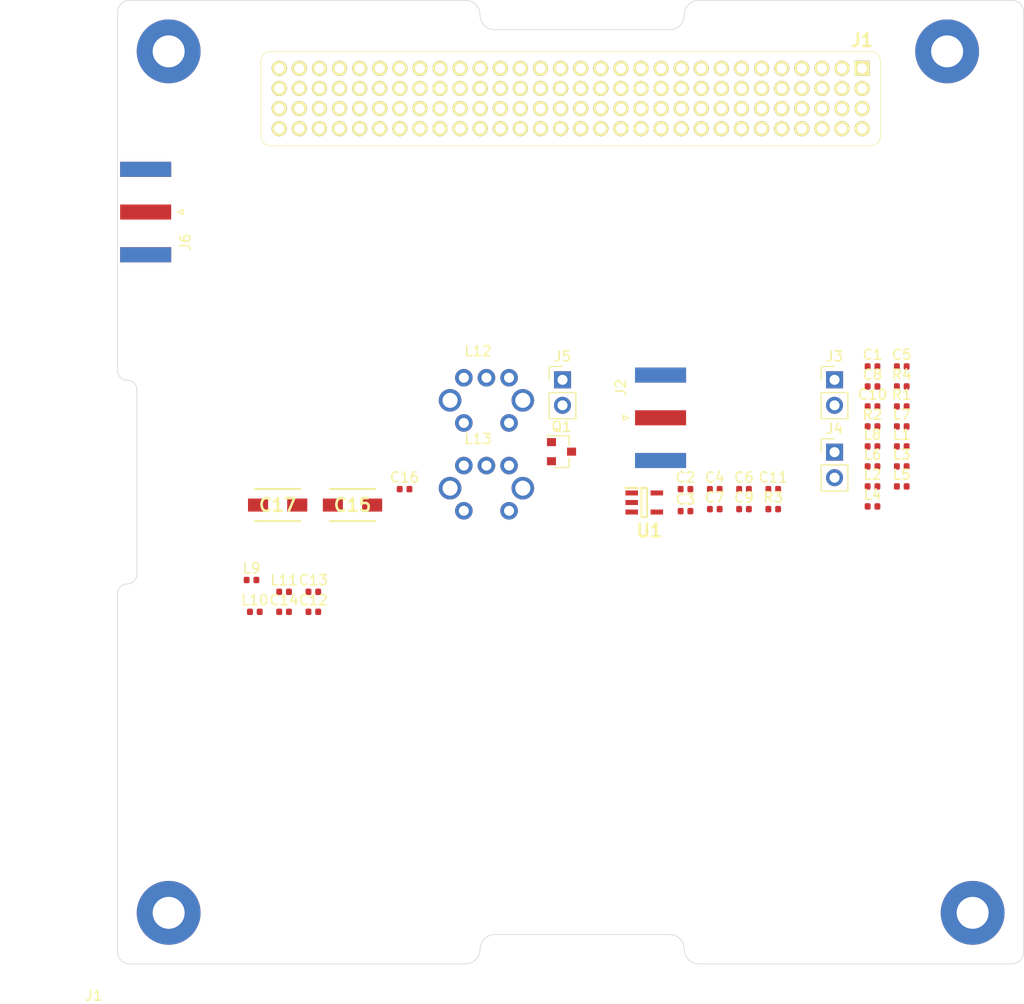
<source format=kicad_pcb>
(kicad_pcb (version 20171130) (host pcbnew "(5.1.5-0-10_14)")

  (general
    (thickness 1.6)
    (drawings 0)
    (tracks 0)
    (zones 0)
    (modules 42)
    (nets 23)
  )

  (page A4)
  (layers
    (0 F.Cu signal)
    (1 In1.Cu signal)
    (2 In2.Cu signal)
    (31 B.Cu signal)
    (32 B.Adhes user)
    (33 F.Adhes user)
    (34 B.Paste user)
    (35 F.Paste user)
    (36 B.SilkS user)
    (37 F.SilkS user)
    (38 B.Mask user)
    (39 F.Mask user)
    (40 Dwgs.User user)
    (41 Cmts.User user)
    (42 Eco1.User user)
    (43 Eco2.User user)
    (44 Edge.Cuts user)
    (45 Margin user)
    (46 B.CrtYd user)
    (47 F.CrtYd user)
    (48 B.Fab user)
    (49 F.Fab user)
  )

  (setup
    (last_trace_width 0.25)
    (trace_clearance 0.2)
    (zone_clearance 0.508)
    (zone_45_only no)
    (trace_min 0.2)
    (via_size 0.8)
    (via_drill 0.4)
    (via_min_size 0.4)
    (via_min_drill 0.3)
    (uvia_size 0.3)
    (uvia_drill 0.1)
    (uvias_allowed no)
    (uvia_min_size 0.2)
    (uvia_min_drill 0.1)
    (edge_width 0.05)
    (segment_width 0.2)
    (pcb_text_width 0.3)
    (pcb_text_size 1.5 1.5)
    (mod_edge_width 0.12)
    (mod_text_size 1 1)
    (mod_text_width 0.15)
    (pad_size 1.524 1.524)
    (pad_drill 0.762)
    (pad_to_mask_clearance 0.051)
    (solder_mask_min_width 0.25)
    (aux_axis_origin 0 0)
    (visible_elements FFFFFF7F)
    (pcbplotparams
      (layerselection 0x010fc_ffffffff)
      (usegerberextensions false)
      (usegerberattributes false)
      (usegerberadvancedattributes false)
      (creategerberjobfile false)
      (excludeedgelayer true)
      (linewidth 0.100000)
      (plotframeref false)
      (viasonmask false)
      (mode 1)
      (useauxorigin false)
      (hpglpennumber 1)
      (hpglpenspeed 20)
      (hpglpendiameter 15.000000)
      (psnegative false)
      (psa4output false)
      (plotreference true)
      (plotvalue true)
      (plotinvisibletext false)
      (padsonsilk false)
      (subtractmaskfromsilk false)
      (outputformat 1)
      (mirror false)
      (drillshape 1)
      (scaleselection 1)
      (outputdirectory ""))
  )

  (net 0 "")
  (net 1 GND)
  (net 2 "/Variable Attenuator/Variable_Attenuator_Out")
  (net 3 "Net-(C2-Pad1)")
  (net 4 "Net-(C7-Pad1)")
  (net 5 "Net-(C8-Pad2)")
  (net 6 "Net-(C8-Pad1)")
  (net 7 "Net-(C9-Pad2)")
  (net 8 "Net-(C9-Pad1)")
  (net 9 +5V)
  (net 10 "/Image Reject Filter/Variable_Attenuator_Out")
  (net 11 "Net-(C12-Pad2)")
  (net 12 "/Image Reject Filter/Image_Reject_Out")
  (net 13 "Net-(C14-Pad2)")
  (net 14 "Net-(C15-Pad1)")
  (net 15 +8V)
  (net 16 "Net-(C17-Pad2)")
  (net 17 "/Low Noise Amplifier/LNAout")
  (net 18 "Net-(L1-Pad1)")
  (net 19 "Net-(L2-Pad1)")
  (net 20 "Net-(L3-Pad2)")
  (net 21 "Net-(L4-Pad2)")
  (net 22 "Net-(R1-Pad1)")

  (net_class Default "This is the default net class."
    (clearance 0.2)
    (trace_width 0.25)
    (via_dia 0.8)
    (via_drill 0.4)
    (uvia_dia 0.3)
    (uvia_drill 0.1)
    (add_net +5V)
    (add_net +8V)
    (add_net "/Image Reject Filter/Image_Reject_Out")
    (add_net "/Image Reject Filter/Variable_Attenuator_Out")
    (add_net "/Low Noise Amplifier/LNAout")
    (add_net "/Variable Attenuator/Variable_Attenuator_Out")
    (add_net GND)
    (add_net "Net-(C12-Pad2)")
    (add_net "Net-(C14-Pad2)")
    (add_net "Net-(C15-Pad1)")
    (add_net "Net-(C17-Pad2)")
    (add_net "Net-(C2-Pad1)")
    (add_net "Net-(C7-Pad1)")
    (add_net "Net-(C8-Pad1)")
    (add_net "Net-(C8-Pad2)")
    (add_net "Net-(C9-Pad1)")
    (add_net "Net-(C9-Pad2)")
    (add_net "Net-(L1-Pad1)")
    (add_net "Net-(L2-Pad1)")
    (add_net "Net-(L3-Pad2)")
    (add_net "Net-(L4-Pad2)")
    (add_net "Net-(R1-Pad1)")
  )

  (module Capacitor_SMD:C_0402_1005Metric (layer F.Cu) (tedit 5B301BBE) (tstamp 5EA25B5C)
    (at 203.605001 73.005001)
    (descr "Capacitor SMD 0402 (1005 Metric), square (rectangular) end terminal, IPC_7351 nominal, (Body size source: http://www.tortai-tech.com/upload/download/2011102023233369053.pdf), generated with kicad-footprint-generator")
    (tags capacitor)
    (path /5E9B72A2/5E4FD576)
    (attr smd)
    (fp_text reference C1 (at 0 -1.17) (layer F.SilkS)
      (effects (font (size 1 1) (thickness 0.15)))
    )
    (fp_text value 220pF (at 0 1.17) (layer F.Fab)
      (effects (font (size 1 1) (thickness 0.15)))
    )
    (fp_text user %R (at 0 0) (layer F.Fab)
      (effects (font (size 0.25 0.25) (thickness 0.04)))
    )
    (fp_line (start 0.93 0.47) (end -0.93 0.47) (layer F.CrtYd) (width 0.05))
    (fp_line (start 0.93 -0.47) (end 0.93 0.47) (layer F.CrtYd) (width 0.05))
    (fp_line (start -0.93 -0.47) (end 0.93 -0.47) (layer F.CrtYd) (width 0.05))
    (fp_line (start -0.93 0.47) (end -0.93 -0.47) (layer F.CrtYd) (width 0.05))
    (fp_line (start 0.5 0.25) (end -0.5 0.25) (layer F.Fab) (width 0.1))
    (fp_line (start 0.5 -0.25) (end 0.5 0.25) (layer F.Fab) (width 0.1))
    (fp_line (start -0.5 -0.25) (end 0.5 -0.25) (layer F.Fab) (width 0.1))
    (fp_line (start -0.5 0.25) (end -0.5 -0.25) (layer F.Fab) (width 0.1))
    (pad 2 smd roundrect (at 0.485 0) (size 0.59 0.64) (layers F.Cu F.Paste F.Mask) (roundrect_rratio 0.25)
      (net 1 GND))
    (pad 1 smd roundrect (at -0.485 0) (size 0.59 0.64) (layers F.Cu F.Paste F.Mask) (roundrect_rratio 0.25)
      (net 2 "/Variable Attenuator/Variable_Attenuator_Out"))
    (model ${KISYS3DMOD}/Capacitor_SMD.3dshapes/C_0402_1005Metric.wrl
      (at (xyz 0 0 0))
      (scale (xyz 1 1 1))
      (rotate (xyz 0 0 0))
    )
  )

  (module Capacitor_SMD:C_0402_1005Metric (layer F.Cu) (tedit 5B301BBE) (tstamp 5EA25B6B)
    (at 184.995001 85.215001)
    (descr "Capacitor SMD 0402 (1005 Metric), square (rectangular) end terminal, IPC_7351 nominal, (Body size source: http://www.tortai-tech.com/upload/download/2011102023233369053.pdf), generated with kicad-footprint-generator")
    (tags capacitor)
    (path /5E9B72A2/5E4DCA79)
    (attr smd)
    (fp_text reference C2 (at 0 -1.17) (layer F.SilkS)
      (effects (font (size 1 1) (thickness 0.15)))
    )
    (fp_text value 220pF (at 0 1.17) (layer F.Fab)
      (effects (font (size 1 1) (thickness 0.15)))
    )
    (fp_text user %R (at 0 0) (layer F.Fab)
      (effects (font (size 0.25 0.25) (thickness 0.04)))
    )
    (fp_line (start 0.93 0.47) (end -0.93 0.47) (layer F.CrtYd) (width 0.05))
    (fp_line (start 0.93 -0.47) (end 0.93 0.47) (layer F.CrtYd) (width 0.05))
    (fp_line (start -0.93 -0.47) (end 0.93 -0.47) (layer F.CrtYd) (width 0.05))
    (fp_line (start -0.93 0.47) (end -0.93 -0.47) (layer F.CrtYd) (width 0.05))
    (fp_line (start 0.5 0.25) (end -0.5 0.25) (layer F.Fab) (width 0.1))
    (fp_line (start 0.5 -0.25) (end 0.5 0.25) (layer F.Fab) (width 0.1))
    (fp_line (start -0.5 -0.25) (end 0.5 -0.25) (layer F.Fab) (width 0.1))
    (fp_line (start -0.5 0.25) (end -0.5 -0.25) (layer F.Fab) (width 0.1))
    (pad 2 smd roundrect (at 0.485 0) (size 0.59 0.64) (layers F.Cu F.Paste F.Mask) (roundrect_rratio 0.25)
      (net 1 GND))
    (pad 1 smd roundrect (at -0.485 0) (size 0.59 0.64) (layers F.Cu F.Paste F.Mask) (roundrect_rratio 0.25)
      (net 3 "Net-(C2-Pad1)"))
    (model ${KISYS3DMOD}/Capacitor_SMD.3dshapes/C_0402_1005Metric.wrl
      (at (xyz 0 0 0))
      (scale (xyz 1 1 1))
      (rotate (xyz 0 0 0))
    )
  )

  (module Capacitor_SMD:C_0402_1005Metric (layer F.Cu) (tedit 5B301BBE) (tstamp 5EA25B7A)
    (at 184.995001 87.405001)
    (descr "Capacitor SMD 0402 (1005 Metric), square (rectangular) end terminal, IPC_7351 nominal, (Body size source: http://www.tortai-tech.com/upload/download/2011102023233369053.pdf), generated with kicad-footprint-generator")
    (tags capacitor)
    (path /5E9B72A2/5E4FD57C)
    (attr smd)
    (fp_text reference C3 (at 0 -1.17) (layer F.SilkS)
      (effects (font (size 1 1) (thickness 0.15)))
    )
    (fp_text value 22pF (at 0 1.17) (layer F.Fab)
      (effects (font (size 1 1) (thickness 0.15)))
    )
    (fp_line (start -0.5 0.25) (end -0.5 -0.25) (layer F.Fab) (width 0.1))
    (fp_line (start -0.5 -0.25) (end 0.5 -0.25) (layer F.Fab) (width 0.1))
    (fp_line (start 0.5 -0.25) (end 0.5 0.25) (layer F.Fab) (width 0.1))
    (fp_line (start 0.5 0.25) (end -0.5 0.25) (layer F.Fab) (width 0.1))
    (fp_line (start -0.93 0.47) (end -0.93 -0.47) (layer F.CrtYd) (width 0.05))
    (fp_line (start -0.93 -0.47) (end 0.93 -0.47) (layer F.CrtYd) (width 0.05))
    (fp_line (start 0.93 -0.47) (end 0.93 0.47) (layer F.CrtYd) (width 0.05))
    (fp_line (start 0.93 0.47) (end -0.93 0.47) (layer F.CrtYd) (width 0.05))
    (fp_text user %R (at 0 0) (layer F.Fab)
      (effects (font (size 0.25 0.25) (thickness 0.04)))
    )
    (pad 1 smd roundrect (at -0.485 0) (size 0.59 0.64) (layers F.Cu F.Paste F.Mask) (roundrect_rratio 0.25)
      (net 2 "/Variable Attenuator/Variable_Attenuator_Out"))
    (pad 2 smd roundrect (at 0.485 0) (size 0.59 0.64) (layers F.Cu F.Paste F.Mask) (roundrect_rratio 0.25)
      (net 1 GND))
    (model ${KISYS3DMOD}/Capacitor_SMD.3dshapes/C_0402_1005Metric.wrl
      (at (xyz 0 0 0))
      (scale (xyz 1 1 1))
      (rotate (xyz 0 0 0))
    )
  )

  (module Capacitor_SMD:C_0402_1005Metric (layer F.Cu) (tedit 5B301BBE) (tstamp 5EA25B89)
    (at 187.905001 85.215001)
    (descr "Capacitor SMD 0402 (1005 Metric), square (rectangular) end terminal, IPC_7351 nominal, (Body size source: http://www.tortai-tech.com/upload/download/2011102023233369053.pdf), generated with kicad-footprint-generator")
    (tags capacitor)
    (path /5E9B72A2/5E4DDC62)
    (attr smd)
    (fp_text reference C4 (at 0 -1.17) (layer F.SilkS)
      (effects (font (size 1 1) (thickness 0.15)))
    )
    (fp_text value 22pF (at 0 1.17) (layer F.Fab)
      (effects (font (size 1 1) (thickness 0.15)))
    )
    (fp_text user %R (at 0 0) (layer F.Fab)
      (effects (font (size 0.25 0.25) (thickness 0.04)))
    )
    (fp_line (start 0.93 0.47) (end -0.93 0.47) (layer F.CrtYd) (width 0.05))
    (fp_line (start 0.93 -0.47) (end 0.93 0.47) (layer F.CrtYd) (width 0.05))
    (fp_line (start -0.93 -0.47) (end 0.93 -0.47) (layer F.CrtYd) (width 0.05))
    (fp_line (start -0.93 0.47) (end -0.93 -0.47) (layer F.CrtYd) (width 0.05))
    (fp_line (start 0.5 0.25) (end -0.5 0.25) (layer F.Fab) (width 0.1))
    (fp_line (start 0.5 -0.25) (end 0.5 0.25) (layer F.Fab) (width 0.1))
    (fp_line (start -0.5 -0.25) (end 0.5 -0.25) (layer F.Fab) (width 0.1))
    (fp_line (start -0.5 0.25) (end -0.5 -0.25) (layer F.Fab) (width 0.1))
    (pad 2 smd roundrect (at 0.485 0) (size 0.59 0.64) (layers F.Cu F.Paste F.Mask) (roundrect_rratio 0.25)
      (net 1 GND))
    (pad 1 smd roundrect (at -0.485 0) (size 0.59 0.64) (layers F.Cu F.Paste F.Mask) (roundrect_rratio 0.25)
      (net 3 "Net-(C2-Pad1)"))
    (model ${KISYS3DMOD}/Capacitor_SMD.3dshapes/C_0402_1005Metric.wrl
      (at (xyz 0 0 0))
      (scale (xyz 1 1 1))
      (rotate (xyz 0 0 0))
    )
  )

  (module Capacitor_SMD:C_0402_1005Metric (layer F.Cu) (tedit 5B301BBE) (tstamp 5EA25B98)
    (at 206.515001 73.005001)
    (descr "Capacitor SMD 0402 (1005 Metric), square (rectangular) end terminal, IPC_7351 nominal, (Body size source: http://www.tortai-tech.com/upload/download/2011102023233369053.pdf), generated with kicad-footprint-generator")
    (tags capacitor)
    (path /5E9B72A2/5E4FD582)
    (attr smd)
    (fp_text reference C5 (at 0 -1.17) (layer F.SilkS)
      (effects (font (size 1 1) (thickness 0.15)))
    )
    (fp_text value 330pF (at 0 1.17) (layer F.Fab)
      (effects (font (size 1 1) (thickness 0.15)))
    )
    (fp_text user %R (at 0 0) (layer F.Fab)
      (effects (font (size 0.25 0.25) (thickness 0.04)))
    )
    (fp_line (start 0.93 0.47) (end -0.93 0.47) (layer F.CrtYd) (width 0.05))
    (fp_line (start 0.93 -0.47) (end 0.93 0.47) (layer F.CrtYd) (width 0.05))
    (fp_line (start -0.93 -0.47) (end 0.93 -0.47) (layer F.CrtYd) (width 0.05))
    (fp_line (start -0.93 0.47) (end -0.93 -0.47) (layer F.CrtYd) (width 0.05))
    (fp_line (start 0.5 0.25) (end -0.5 0.25) (layer F.Fab) (width 0.1))
    (fp_line (start 0.5 -0.25) (end 0.5 0.25) (layer F.Fab) (width 0.1))
    (fp_line (start -0.5 -0.25) (end 0.5 -0.25) (layer F.Fab) (width 0.1))
    (fp_line (start -0.5 0.25) (end -0.5 -0.25) (layer F.Fab) (width 0.1))
    (pad 2 smd roundrect (at 0.485 0) (size 0.59 0.64) (layers F.Cu F.Paste F.Mask) (roundrect_rratio 0.25)
      (net 1 GND))
    (pad 1 smd roundrect (at -0.485 0) (size 0.59 0.64) (layers F.Cu F.Paste F.Mask) (roundrect_rratio 0.25)
      (net 2 "/Variable Attenuator/Variable_Attenuator_Out"))
    (model ${KISYS3DMOD}/Capacitor_SMD.3dshapes/C_0402_1005Metric.wrl
      (at (xyz 0 0 0))
      (scale (xyz 1 1 1))
      (rotate (xyz 0 0 0))
    )
  )

  (module Capacitor_SMD:C_0402_1005Metric (layer F.Cu) (tedit 5B301BBE) (tstamp 5EA25BA7)
    (at 190.815001 85.215001)
    (descr "Capacitor SMD 0402 (1005 Metric), square (rectangular) end terminal, IPC_7351 nominal, (Body size source: http://www.tortai-tech.com/upload/download/2011102023233369053.pdf), generated with kicad-footprint-generator")
    (tags capacitor)
    (path /5E9B72A2/5E4DDE94)
    (attr smd)
    (fp_text reference C6 (at 0 -1.17) (layer F.SilkS)
      (effects (font (size 1 1) (thickness 0.15)))
    )
    (fp_text value 330pF (at 0 1.17) (layer F.Fab)
      (effects (font (size 1 1) (thickness 0.15)))
    )
    (fp_line (start -0.5 0.25) (end -0.5 -0.25) (layer F.Fab) (width 0.1))
    (fp_line (start -0.5 -0.25) (end 0.5 -0.25) (layer F.Fab) (width 0.1))
    (fp_line (start 0.5 -0.25) (end 0.5 0.25) (layer F.Fab) (width 0.1))
    (fp_line (start 0.5 0.25) (end -0.5 0.25) (layer F.Fab) (width 0.1))
    (fp_line (start -0.93 0.47) (end -0.93 -0.47) (layer F.CrtYd) (width 0.05))
    (fp_line (start -0.93 -0.47) (end 0.93 -0.47) (layer F.CrtYd) (width 0.05))
    (fp_line (start 0.93 -0.47) (end 0.93 0.47) (layer F.CrtYd) (width 0.05))
    (fp_line (start 0.93 0.47) (end -0.93 0.47) (layer F.CrtYd) (width 0.05))
    (fp_text user %R (at 0 0) (layer F.Fab)
      (effects (font (size 0.25 0.25) (thickness 0.04)))
    )
    (pad 1 smd roundrect (at -0.485 0) (size 0.59 0.64) (layers F.Cu F.Paste F.Mask) (roundrect_rratio 0.25)
      (net 3 "Net-(C2-Pad1)"))
    (pad 2 smd roundrect (at 0.485 0) (size 0.59 0.64) (layers F.Cu F.Paste F.Mask) (roundrect_rratio 0.25)
      (net 1 GND))
    (model ${KISYS3DMOD}/Capacitor_SMD.3dshapes/C_0402_1005Metric.wrl
      (at (xyz 0 0 0))
      (scale (xyz 1 1 1))
      (rotate (xyz 0 0 0))
    )
  )

  (module Capacitor_SMD:C_0402_1005Metric (layer F.Cu) (tedit 5B301BBE) (tstamp 5EA25BB6)
    (at 187.905001 87.205001)
    (descr "Capacitor SMD 0402 (1005 Metric), square (rectangular) end terminal, IPC_7351 nominal, (Body size source: http://www.tortai-tech.com/upload/download/2011102023233369053.pdf), generated with kicad-footprint-generator")
    (tags capacitor)
    (path /5E9B72A2/5E4EF604)
    (attr smd)
    (fp_text reference C7 (at 0 -1.17) (layer F.SilkS)
      (effects (font (size 1 1) (thickness 0.15)))
    )
    (fp_text value 10nH (at 0 1.17) (layer F.Fab)
      (effects (font (size 1 1) (thickness 0.15)))
    )
    (fp_line (start -0.5 0.25) (end -0.5 -0.25) (layer F.Fab) (width 0.1))
    (fp_line (start -0.5 -0.25) (end 0.5 -0.25) (layer F.Fab) (width 0.1))
    (fp_line (start 0.5 -0.25) (end 0.5 0.25) (layer F.Fab) (width 0.1))
    (fp_line (start 0.5 0.25) (end -0.5 0.25) (layer F.Fab) (width 0.1))
    (fp_line (start -0.93 0.47) (end -0.93 -0.47) (layer F.CrtYd) (width 0.05))
    (fp_line (start -0.93 -0.47) (end 0.93 -0.47) (layer F.CrtYd) (width 0.05))
    (fp_line (start 0.93 -0.47) (end 0.93 0.47) (layer F.CrtYd) (width 0.05))
    (fp_line (start 0.93 0.47) (end -0.93 0.47) (layer F.CrtYd) (width 0.05))
    (fp_text user %R (at 0 0) (layer F.Fab)
      (effects (font (size 0.25 0.25) (thickness 0.04)))
    )
    (pad 1 smd roundrect (at -0.485 0) (size 0.59 0.64) (layers F.Cu F.Paste F.Mask) (roundrect_rratio 0.25)
      (net 4 "Net-(C7-Pad1)"))
    (pad 2 smd roundrect (at 0.485 0) (size 0.59 0.64) (layers F.Cu F.Paste F.Mask) (roundrect_rratio 0.25)
      (net 1 GND))
    (model ${KISYS3DMOD}/Capacitor_SMD.3dshapes/C_0402_1005Metric.wrl
      (at (xyz 0 0 0))
      (scale (xyz 1 1 1))
      (rotate (xyz 0 0 0))
    )
  )

  (module Capacitor_SMD:C_0402_1005Metric (layer F.Cu) (tedit 5B301BBE) (tstamp 5EA25BC5)
    (at 203.605001 74.995001)
    (descr "Capacitor SMD 0402 (1005 Metric), square (rectangular) end terminal, IPC_7351 nominal, (Body size source: http://www.tortai-tech.com/upload/download/2011102023233369053.pdf), generated with kicad-footprint-generator")
    (tags capacitor)
    (path /5E9B72A2/5E4FD5A0)
    (attr smd)
    (fp_text reference C8 (at 0 -1.17) (layer F.SilkS)
      (effects (font (size 1 1) (thickness 0.15)))
    )
    (fp_text value 10nF (at 0 1.17) (layer F.Fab)
      (effects (font (size 1 1) (thickness 0.15)))
    )
    (fp_text user %R (at 0 0) (layer F.Fab)
      (effects (font (size 0.25 0.25) (thickness 0.04)))
    )
    (fp_line (start 0.93 0.47) (end -0.93 0.47) (layer F.CrtYd) (width 0.05))
    (fp_line (start 0.93 -0.47) (end 0.93 0.47) (layer F.CrtYd) (width 0.05))
    (fp_line (start -0.93 -0.47) (end 0.93 -0.47) (layer F.CrtYd) (width 0.05))
    (fp_line (start -0.93 0.47) (end -0.93 -0.47) (layer F.CrtYd) (width 0.05))
    (fp_line (start 0.5 0.25) (end -0.5 0.25) (layer F.Fab) (width 0.1))
    (fp_line (start 0.5 -0.25) (end 0.5 0.25) (layer F.Fab) (width 0.1))
    (fp_line (start -0.5 -0.25) (end 0.5 -0.25) (layer F.Fab) (width 0.1))
    (fp_line (start -0.5 0.25) (end -0.5 -0.25) (layer F.Fab) (width 0.1))
    (pad 2 smd roundrect (at 0.485 0) (size 0.59 0.64) (layers F.Cu F.Paste F.Mask) (roundrect_rratio 0.25)
      (net 5 "Net-(C8-Pad2)"))
    (pad 1 smd roundrect (at -0.485 0) (size 0.59 0.64) (layers F.Cu F.Paste F.Mask) (roundrect_rratio 0.25)
      (net 6 "Net-(C8-Pad1)"))
    (model ${KISYS3DMOD}/Capacitor_SMD.3dshapes/C_0402_1005Metric.wrl
      (at (xyz 0 0 0))
      (scale (xyz 1 1 1))
      (rotate (xyz 0 0 0))
    )
  )

  (module Capacitor_SMD:C_0402_1005Metric (layer F.Cu) (tedit 5B301BBE) (tstamp 5EA25BD4)
    (at 190.815001 87.205001)
    (descr "Capacitor SMD 0402 (1005 Metric), square (rectangular) end terminal, IPC_7351 nominal, (Body size source: http://www.tortai-tech.com/upload/download/2011102023233369053.pdf), generated with kicad-footprint-generator")
    (tags capacitor)
    (path /5E9B72A2/5E4DFCC0)
    (attr smd)
    (fp_text reference C9 (at 0 -1.17) (layer F.SilkS)
      (effects (font (size 1 1) (thickness 0.15)))
    )
    (fp_text value 10nF (at 0 1.17) (layer F.Fab)
      (effects (font (size 1 1) (thickness 0.15)))
    )
    (fp_text user %R (at 0 0) (layer F.Fab)
      (effects (font (size 0.25 0.25) (thickness 0.04)))
    )
    (fp_line (start 0.93 0.47) (end -0.93 0.47) (layer F.CrtYd) (width 0.05))
    (fp_line (start 0.93 -0.47) (end 0.93 0.47) (layer F.CrtYd) (width 0.05))
    (fp_line (start -0.93 -0.47) (end 0.93 -0.47) (layer F.CrtYd) (width 0.05))
    (fp_line (start -0.93 0.47) (end -0.93 -0.47) (layer F.CrtYd) (width 0.05))
    (fp_line (start 0.5 0.25) (end -0.5 0.25) (layer F.Fab) (width 0.1))
    (fp_line (start 0.5 -0.25) (end 0.5 0.25) (layer F.Fab) (width 0.1))
    (fp_line (start -0.5 -0.25) (end 0.5 -0.25) (layer F.Fab) (width 0.1))
    (fp_line (start -0.5 0.25) (end -0.5 -0.25) (layer F.Fab) (width 0.1))
    (pad 2 smd roundrect (at 0.485 0) (size 0.59 0.64) (layers F.Cu F.Paste F.Mask) (roundrect_rratio 0.25)
      (net 7 "Net-(C9-Pad2)"))
    (pad 1 smd roundrect (at -0.485 0) (size 0.59 0.64) (layers F.Cu F.Paste F.Mask) (roundrect_rratio 0.25)
      (net 8 "Net-(C9-Pad1)"))
    (model ${KISYS3DMOD}/Capacitor_SMD.3dshapes/C_0402_1005Metric.wrl
      (at (xyz 0 0 0))
      (scale (xyz 1 1 1))
      (rotate (xyz 0 0 0))
    )
  )

  (module Capacitor_SMD:C_0402_1005Metric (layer F.Cu) (tedit 5B301BBE) (tstamp 5EA25BE3)
    (at 203.605001 76.985001)
    (descr "Capacitor SMD 0402 (1005 Metric), square (rectangular) end terminal, IPC_7351 nominal, (Body size source: http://www.tortai-tech.com/upload/download/2011102023233369053.pdf), generated with kicad-footprint-generator")
    (tags capacitor)
    (path /5E9B72A2/5E504A1F)
    (attr smd)
    (fp_text reference C10 (at 0 -1.17) (layer F.SilkS)
      (effects (font (size 1 1) (thickness 0.15)))
    )
    (fp_text value 10nF (at 0 1.17) (layer F.Fab)
      (effects (font (size 1 1) (thickness 0.15)))
    )
    (fp_line (start -0.5 0.25) (end -0.5 -0.25) (layer F.Fab) (width 0.1))
    (fp_line (start -0.5 -0.25) (end 0.5 -0.25) (layer F.Fab) (width 0.1))
    (fp_line (start 0.5 -0.25) (end 0.5 0.25) (layer F.Fab) (width 0.1))
    (fp_line (start 0.5 0.25) (end -0.5 0.25) (layer F.Fab) (width 0.1))
    (fp_line (start -0.93 0.47) (end -0.93 -0.47) (layer F.CrtYd) (width 0.05))
    (fp_line (start -0.93 -0.47) (end 0.93 -0.47) (layer F.CrtYd) (width 0.05))
    (fp_line (start 0.93 -0.47) (end 0.93 0.47) (layer F.CrtYd) (width 0.05))
    (fp_line (start 0.93 0.47) (end -0.93 0.47) (layer F.CrtYd) (width 0.05))
    (fp_text user %R (at 0 0) (layer F.Fab)
      (effects (font (size 0.25 0.25) (thickness 0.04)))
    )
    (pad 1 smd roundrect (at -0.485 0) (size 0.59 0.64) (layers F.Cu F.Paste F.Mask) (roundrect_rratio 0.25)
      (net 9 +5V))
    (pad 2 smd roundrect (at 0.485 0) (size 0.59 0.64) (layers F.Cu F.Paste F.Mask) (roundrect_rratio 0.25)
      (net 1 GND))
    (model ${KISYS3DMOD}/Capacitor_SMD.3dshapes/C_0402_1005Metric.wrl
      (at (xyz 0 0 0))
      (scale (xyz 1 1 1))
      (rotate (xyz 0 0 0))
    )
  )

  (module Capacitor_SMD:C_0402_1005Metric (layer F.Cu) (tedit 5B301BBE) (tstamp 5EA25BF2)
    (at 193.725001 85.215001)
    (descr "Capacitor SMD 0402 (1005 Metric), square (rectangular) end terminal, IPC_7351 nominal, (Body size source: http://www.tortai-tech.com/upload/download/2011102023233369053.pdf), generated with kicad-footprint-generator")
    (tags capacitor)
    (path /5E9B72A2/5E50432A)
    (attr smd)
    (fp_text reference C11 (at 0 -1.17) (layer F.SilkS)
      (effects (font (size 1 1) (thickness 0.15)))
    )
    (fp_text value 10nF (at 0 1.17) (layer F.Fab)
      (effects (font (size 1 1) (thickness 0.15)))
    )
    (fp_line (start -0.5 0.25) (end -0.5 -0.25) (layer F.Fab) (width 0.1))
    (fp_line (start -0.5 -0.25) (end 0.5 -0.25) (layer F.Fab) (width 0.1))
    (fp_line (start 0.5 -0.25) (end 0.5 0.25) (layer F.Fab) (width 0.1))
    (fp_line (start 0.5 0.25) (end -0.5 0.25) (layer F.Fab) (width 0.1))
    (fp_line (start -0.93 0.47) (end -0.93 -0.47) (layer F.CrtYd) (width 0.05))
    (fp_line (start -0.93 -0.47) (end 0.93 -0.47) (layer F.CrtYd) (width 0.05))
    (fp_line (start 0.93 -0.47) (end 0.93 0.47) (layer F.CrtYd) (width 0.05))
    (fp_line (start 0.93 0.47) (end -0.93 0.47) (layer F.CrtYd) (width 0.05))
    (fp_text user %R (at 0 0) (layer F.Fab)
      (effects (font (size 0.25 0.25) (thickness 0.04)))
    )
    (pad 1 smd roundrect (at -0.485 0) (size 0.59 0.64) (layers F.Cu F.Paste F.Mask) (roundrect_rratio 0.25)
      (net 9 +5V))
    (pad 2 smd roundrect (at 0.485 0) (size 0.59 0.64) (layers F.Cu F.Paste F.Mask) (roundrect_rratio 0.25)
      (net 1 GND))
    (model ${KISYS3DMOD}/Capacitor_SMD.3dshapes/C_0402_1005Metric.wrl
      (at (xyz 0 0 0))
      (scale (xyz 1 1 1))
      (rotate (xyz 0 0 0))
    )
  )

  (module Capacitor_SMD:C_0402_1005Metric (layer F.Cu) (tedit 5B301BBE) (tstamp 5EA25C01)
    (at 147.955001 97.425001)
    (descr "Capacitor SMD 0402 (1005 Metric), square (rectangular) end terminal, IPC_7351 nominal, (Body size source: http://www.tortai-tech.com/upload/download/2011102023233369053.pdf), generated with kicad-footprint-generator")
    (tags capacitor)
    (path /5E9B72E0/5CAD0F21)
    (attr smd)
    (fp_text reference C12 (at 0 -1.17) (layer F.SilkS)
      (effects (font (size 1 1) (thickness 0.15)))
    )
    (fp_text value 27pF (at 0 1.17) (layer F.Fab)
      (effects (font (size 1 1) (thickness 0.15)))
    )
    (fp_line (start -0.5 0.25) (end -0.5 -0.25) (layer F.Fab) (width 0.1))
    (fp_line (start -0.5 -0.25) (end 0.5 -0.25) (layer F.Fab) (width 0.1))
    (fp_line (start 0.5 -0.25) (end 0.5 0.25) (layer F.Fab) (width 0.1))
    (fp_line (start 0.5 0.25) (end -0.5 0.25) (layer F.Fab) (width 0.1))
    (fp_line (start -0.93 0.47) (end -0.93 -0.47) (layer F.CrtYd) (width 0.05))
    (fp_line (start -0.93 -0.47) (end 0.93 -0.47) (layer F.CrtYd) (width 0.05))
    (fp_line (start 0.93 -0.47) (end 0.93 0.47) (layer F.CrtYd) (width 0.05))
    (fp_line (start 0.93 0.47) (end -0.93 0.47) (layer F.CrtYd) (width 0.05))
    (fp_text user %R (at 0 0) (layer F.Fab)
      (effects (font (size 0.25 0.25) (thickness 0.04)))
    )
    (pad 1 smd roundrect (at -0.485 0) (size 0.59 0.64) (layers F.Cu F.Paste F.Mask) (roundrect_rratio 0.25)
      (net 10 "/Image Reject Filter/Variable_Attenuator_Out"))
    (pad 2 smd roundrect (at 0.485 0) (size 0.59 0.64) (layers F.Cu F.Paste F.Mask) (roundrect_rratio 0.25)
      (net 11 "Net-(C12-Pad2)"))
    (model ${KISYS3DMOD}/Capacitor_SMD.3dshapes/C_0402_1005Metric.wrl
      (at (xyz 0 0 0))
      (scale (xyz 1 1 1))
      (rotate (xyz 0 0 0))
    )
  )

  (module Capacitor_SMD:C_0402_1005Metric (layer F.Cu) (tedit 5B301BBE) (tstamp 5EA25C10)
    (at 147.955001 95.435001)
    (descr "Capacitor SMD 0402 (1005 Metric), square (rectangular) end terminal, IPC_7351 nominal, (Body size source: http://www.tortai-tech.com/upload/download/2011102023233369053.pdf), generated with kicad-footprint-generator")
    (tags capacitor)
    (path /5E9B72E0/5CAD10AE)
    (attr smd)
    (fp_text reference C13 (at 0 -1.17) (layer F.SilkS)
      (effects (font (size 1 1) (thickness 0.15)))
    )
    (fp_text value 180pF (at 0 1.17) (layer F.Fab)
      (effects (font (size 1 1) (thickness 0.15)))
    )
    (fp_line (start -0.5 0.25) (end -0.5 -0.25) (layer F.Fab) (width 0.1))
    (fp_line (start -0.5 -0.25) (end 0.5 -0.25) (layer F.Fab) (width 0.1))
    (fp_line (start 0.5 -0.25) (end 0.5 0.25) (layer F.Fab) (width 0.1))
    (fp_line (start 0.5 0.25) (end -0.5 0.25) (layer F.Fab) (width 0.1))
    (fp_line (start -0.93 0.47) (end -0.93 -0.47) (layer F.CrtYd) (width 0.05))
    (fp_line (start -0.93 -0.47) (end 0.93 -0.47) (layer F.CrtYd) (width 0.05))
    (fp_line (start 0.93 -0.47) (end 0.93 0.47) (layer F.CrtYd) (width 0.05))
    (fp_line (start 0.93 0.47) (end -0.93 0.47) (layer F.CrtYd) (width 0.05))
    (fp_text user %R (at 0 0) (layer F.Fab)
      (effects (font (size 0.25 0.25) (thickness 0.04)))
    )
    (pad 1 smd roundrect (at -0.485 0) (size 0.59 0.64) (layers F.Cu F.Paste F.Mask) (roundrect_rratio 0.25)
      (net 12 "/Image Reject Filter/Image_Reject_Out"))
    (pad 2 smd roundrect (at 0.485 0) (size 0.59 0.64) (layers F.Cu F.Paste F.Mask) (roundrect_rratio 0.25)
      (net 10 "/Image Reject Filter/Variable_Attenuator_Out"))
    (model ${KISYS3DMOD}/Capacitor_SMD.3dshapes/C_0402_1005Metric.wrl
      (at (xyz 0 0 0))
      (scale (xyz 1 1 1))
      (rotate (xyz 0 0 0))
    )
  )

  (module Capacitor_SMD:C_0402_1005Metric (layer F.Cu) (tedit 5B301BBE) (tstamp 5EA25C1F)
    (at 145.045001 97.425001)
    (descr "Capacitor SMD 0402 (1005 Metric), square (rectangular) end terminal, IPC_7351 nominal, (Body size source: http://www.tortai-tech.com/upload/download/2011102023233369053.pdf), generated with kicad-footprint-generator")
    (tags capacitor)
    (path /5E9B72E0/5CAD104E)
    (attr smd)
    (fp_text reference C14 (at 0 -1.17) (layer F.SilkS)
      (effects (font (size 1 1) (thickness 0.15)))
    )
    (fp_text value 27pF (at 0 1.17) (layer F.Fab)
      (effects (font (size 1 1) (thickness 0.15)))
    )
    (fp_text user %R (at 0 0) (layer F.Fab)
      (effects (font (size 0.25 0.25) (thickness 0.04)))
    )
    (fp_line (start 0.93 0.47) (end -0.93 0.47) (layer F.CrtYd) (width 0.05))
    (fp_line (start 0.93 -0.47) (end 0.93 0.47) (layer F.CrtYd) (width 0.05))
    (fp_line (start -0.93 -0.47) (end 0.93 -0.47) (layer F.CrtYd) (width 0.05))
    (fp_line (start -0.93 0.47) (end -0.93 -0.47) (layer F.CrtYd) (width 0.05))
    (fp_line (start 0.5 0.25) (end -0.5 0.25) (layer F.Fab) (width 0.1))
    (fp_line (start 0.5 -0.25) (end 0.5 0.25) (layer F.Fab) (width 0.1))
    (fp_line (start -0.5 -0.25) (end 0.5 -0.25) (layer F.Fab) (width 0.1))
    (fp_line (start -0.5 0.25) (end -0.5 -0.25) (layer F.Fab) (width 0.1))
    (pad 2 smd roundrect (at 0.485 0) (size 0.59 0.64) (layers F.Cu F.Paste F.Mask) (roundrect_rratio 0.25)
      (net 13 "Net-(C14-Pad2)"))
    (pad 1 smd roundrect (at -0.485 0) (size 0.59 0.64) (layers F.Cu F.Paste F.Mask) (roundrect_rratio 0.25)
      (net 12 "/Image Reject Filter/Image_Reject_Out"))
    (model ${KISYS3DMOD}/Capacitor_SMD.3dshapes/C_0402_1005Metric.wrl
      (at (xyz 0 0 0))
      (scale (xyz 1 1 1))
      (rotate (xyz 0 0 0))
    )
  )

  (module LT:CAP_trimmer_SGC3_Download (layer F.Cu) (tedit 5E4CAB9B) (tstamp 5EA25C30)
    (at 151.855001 86.800001)
    (descr SGC3S300)
    (tags Capacitor)
    (path /5E9B734B/5E4707C9)
    (attr smd)
    (fp_text reference C15 (at 0 0) (layer F.SilkS)
      (effects (font (size 1.27 1.27) (thickness 0.254)))
    )
    (fp_text value 8-30pF (at -0.254 -2.921) (layer F.SilkS) hide
      (effects (font (size 1.27 1.27) (thickness 0.254)))
    )
    (fp_text user %R (at 0 0) (layer F.Fab)
      (effects (font (size 1.27 1.27) (thickness 0.254)))
    )
    (fp_line (start -3.2 -2.055) (end 3.2 -2.055) (layer F.CrtYd) (width 0.05))
    (fp_line (start 3.2 -2.055) (end 3.2 2.055) (layer F.CrtYd) (width 0.05))
    (fp_line (start 3.2 2.055) (end -3.2 2.055) (layer F.CrtYd) (width 0.05))
    (fp_line (start -3.2 2.055) (end -3.2 -2.055) (layer F.CrtYd) (width 0.05))
    (fp_line (start -2.25 -1.6) (end 2.25 -1.6) (layer F.Fab) (width 0.1))
    (fp_line (start 2.25 -1.6) (end 2.25 1.6) (layer F.Fab) (width 0.1))
    (fp_line (start 2.25 1.6) (end -2.25 1.6) (layer F.Fab) (width 0.1))
    (fp_line (start -2.25 1.6) (end -2.25 -1.6) (layer F.Fab) (width 0.1))
    (fp_line (start 2.25 -1.6) (end -2.25 -1.6) (layer F.SilkS) (width 0.2))
    (fp_line (start -2.25 1.6) (end 2.25 1.6) (layer F.SilkS) (width 0.2))
    (pad 1 smd rect (at -1.95 0 90) (size 1.3 2) (layers F.Cu F.Paste F.Mask)
      (net 14 "Net-(C15-Pad1)"))
    (pad 2 smd rect (at 1.95 0 90) (size 1.3 2) (layers F.Cu F.Paste F.Mask))
    (model C:/Users/lfbarrag/Documents/SlugSat/GitHub/Schematics_PCBs/Step-Files/SGC3S300.stp
      (at (xyz 0 0 0))
      (scale (xyz 1 1 1))
      (rotate (xyz 0 0 0))
    )
  )

  (module Capacitor_SMD:C_0402_1005Metric (layer F.Cu) (tedit 5B301BBE) (tstamp 5EA25C3F)
    (at 157.035001 85.215001)
    (descr "Capacitor SMD 0402 (1005 Metric), square (rectangular) end terminal, IPC_7351 nominal, (Body size source: http://www.tortai-tech.com/upload/download/2011102023233369053.pdf), generated with kicad-footprint-generator")
    (tags capacitor)
    (path /5E9B734B/5E471017)
    (attr smd)
    (fp_text reference C16 (at 0 -1.17) (layer F.SilkS)
      (effects (font (size 1 1) (thickness 0.15)))
    )
    (fp_text value 1uF (at 0 1.17) (layer F.Fab)
      (effects (font (size 1 1) (thickness 0.15)))
    )
    (fp_line (start -0.5 0.25) (end -0.5 -0.25) (layer F.Fab) (width 0.1))
    (fp_line (start -0.5 -0.25) (end 0.5 -0.25) (layer F.Fab) (width 0.1))
    (fp_line (start 0.5 -0.25) (end 0.5 0.25) (layer F.Fab) (width 0.1))
    (fp_line (start 0.5 0.25) (end -0.5 0.25) (layer F.Fab) (width 0.1))
    (fp_line (start -0.93 0.47) (end -0.93 -0.47) (layer F.CrtYd) (width 0.05))
    (fp_line (start -0.93 -0.47) (end 0.93 -0.47) (layer F.CrtYd) (width 0.05))
    (fp_line (start 0.93 -0.47) (end 0.93 0.47) (layer F.CrtYd) (width 0.05))
    (fp_line (start 0.93 0.47) (end -0.93 0.47) (layer F.CrtYd) (width 0.05))
    (fp_text user %R (at 0 0) (layer F.Fab)
      (effects (font (size 0.25 0.25) (thickness 0.04)))
    )
    (pad 1 smd roundrect (at -0.485 0) (size 0.59 0.64) (layers F.Cu F.Paste F.Mask) (roundrect_rratio 0.25)
      (net 15 +8V))
    (pad 2 smd roundrect (at 0.485 0) (size 0.59 0.64) (layers F.Cu F.Paste F.Mask) (roundrect_rratio 0.25)
      (net 1 GND))
    (model ${KISYS3DMOD}/Capacitor_SMD.3dshapes/C_0402_1005Metric.wrl
      (at (xyz 0 0 0))
      (scale (xyz 1 1 1))
      (rotate (xyz 0 0 0))
    )
  )

  (module LT:CAP_trimmer_SGC3_Download (layer F.Cu) (tedit 5E4CAB9B) (tstamp 5EA25C50)
    (at 144.405001 86.800001)
    (descr SGC3S300)
    (tags Capacitor)
    (path /5E9B734B/5E470B62)
    (attr smd)
    (fp_text reference C17 (at 0 0) (layer F.SilkS)
      (effects (font (size 1.27 1.27) (thickness 0.254)))
    )
    (fp_text value 8-30pF (at -0.254 -2.921) (layer F.SilkS) hide
      (effects (font (size 1.27 1.27) (thickness 0.254)))
    )
    (fp_line (start -2.25 1.6) (end 2.25 1.6) (layer F.SilkS) (width 0.2))
    (fp_line (start 2.25 -1.6) (end -2.25 -1.6) (layer F.SilkS) (width 0.2))
    (fp_line (start -2.25 1.6) (end -2.25 -1.6) (layer F.Fab) (width 0.1))
    (fp_line (start 2.25 1.6) (end -2.25 1.6) (layer F.Fab) (width 0.1))
    (fp_line (start 2.25 -1.6) (end 2.25 1.6) (layer F.Fab) (width 0.1))
    (fp_line (start -2.25 -1.6) (end 2.25 -1.6) (layer F.Fab) (width 0.1))
    (fp_line (start -3.2 2.055) (end -3.2 -2.055) (layer F.CrtYd) (width 0.05))
    (fp_line (start 3.2 2.055) (end -3.2 2.055) (layer F.CrtYd) (width 0.05))
    (fp_line (start 3.2 -2.055) (end 3.2 2.055) (layer F.CrtYd) (width 0.05))
    (fp_line (start -3.2 -2.055) (end 3.2 -2.055) (layer F.CrtYd) (width 0.05))
    (fp_text user %R (at 0 0) (layer F.Fab)
      (effects (font (size 1.27 1.27) (thickness 0.254)))
    )
    (pad 2 smd rect (at 1.95 0 90) (size 1.3 2) (layers F.Cu F.Paste F.Mask)
      (net 16 "Net-(C17-Pad2)"))
    (pad 1 smd rect (at -1.95 0 90) (size 1.3 2) (layers F.Cu F.Paste F.Mask)
      (net 17 "/Low Noise Amplifier/LNAout"))
    (model C:/Users/lfbarrag/Documents/SlugSat/GitHub/Schematics_PCBs/Step-Files/SGC3S300.stp
      (at (xyz 0 0 0))
      (scale (xyz 1 1 1))
      (rotate (xyz 0 0 0))
    )
  )

  (module Connector_Coaxial:SMA_Amphenol_132289_EdgeMount (layer F.Cu) (tedit 5A1C1810) (tstamp 5EA25C73)
    (at 182.510001 78.115001)
    (descr http://www.amphenolrf.com/132289.html)
    (tags SMA)
    (path /5E9B72A2/5E4DBCA7)
    (attr smd)
    (fp_text reference J2 (at -3.96 -3 90) (layer F.SilkS)
      (effects (font (size 1 1) (thickness 0.15)))
    )
    (fp_text value Conn_Coaxial (at 5 6) (layer F.Fab)
      (effects (font (size 1 1) (thickness 0.15)))
    )
    (fp_line (start -1.91 5.08) (end 4.445 5.08) (layer F.Fab) (width 0.1))
    (fp_line (start -1.91 3.81) (end -1.91 5.08) (layer F.Fab) (width 0.1))
    (fp_line (start 2.54 3.81) (end -1.91 3.81) (layer F.Fab) (width 0.1))
    (fp_line (start 2.54 -3.81) (end 2.54 3.81) (layer F.Fab) (width 0.1))
    (fp_line (start -1.91 -3.81) (end 2.54 -3.81) (layer F.Fab) (width 0.1))
    (fp_line (start -1.91 -5.08) (end -1.91 -3.81) (layer F.Fab) (width 0.1))
    (fp_line (start -1.91 -5.08) (end 4.445 -5.08) (layer F.Fab) (width 0.1))
    (fp_line (start 4.445 -3.81) (end 4.445 -5.08) (layer F.Fab) (width 0.1))
    (fp_line (start 4.445 5.08) (end 4.445 3.81) (layer F.Fab) (width 0.1))
    (fp_line (start 13.97 3.81) (end 4.445 3.81) (layer F.Fab) (width 0.1))
    (fp_line (start 13.97 -3.81) (end 13.97 3.81) (layer F.Fab) (width 0.1))
    (fp_line (start 4.445 -3.81) (end 13.97 -3.81) (layer F.Fab) (width 0.1))
    (fp_line (start -3.04 5.58) (end -3.04 -5.58) (layer B.CrtYd) (width 0.05))
    (fp_line (start 14.47 5.58) (end -3.04 5.58) (layer B.CrtYd) (width 0.05))
    (fp_line (start 14.47 -5.58) (end 14.47 5.58) (layer B.CrtYd) (width 0.05))
    (fp_line (start 14.47 -5.58) (end -3.04 -5.58) (layer B.CrtYd) (width 0.05))
    (fp_line (start -3.04 5.58) (end -3.04 -5.58) (layer F.CrtYd) (width 0.05))
    (fp_line (start 14.47 5.58) (end -3.04 5.58) (layer F.CrtYd) (width 0.05))
    (fp_line (start 14.47 -5.58) (end 14.47 5.58) (layer F.CrtYd) (width 0.05))
    (fp_line (start 14.47 -5.58) (end -3.04 -5.58) (layer F.CrtYd) (width 0.05))
    (fp_text user %R (at 4.79 0 270) (layer F.Fab)
      (effects (font (size 1 1) (thickness 0.15)))
    )
    (fp_line (start 2.54 -0.75) (end 3.54 0) (layer F.Fab) (width 0.1))
    (fp_line (start 3.54 0) (end 2.54 0.75) (layer F.Fab) (width 0.1))
    (fp_line (start -3.21 0) (end -3.71 -0.25) (layer F.SilkS) (width 0.12))
    (fp_line (start -3.71 -0.25) (end -3.71 0.25) (layer F.SilkS) (width 0.12))
    (fp_line (start -3.71 0.25) (end -3.21 0) (layer F.SilkS) (width 0.12))
    (pad 1 smd rect (at 0 0 90) (size 1.5 5.08) (layers F.Cu F.Paste F.Mask)
      (net 3 "Net-(C2-Pad1)"))
    (pad 2 smd rect (at 0 -4.25 90) (size 1.5 5.08) (layers F.Cu F.Paste F.Mask)
      (net 1 GND))
    (pad 2 smd rect (at 0 4.25 90) (size 1.5 5.08) (layers F.Cu F.Paste F.Mask)
      (net 1 GND))
    (pad 2 smd rect (at 0 -4.25 90) (size 1.5 5.08) (layers B.Cu B.Paste B.Mask)
      (net 1 GND))
    (pad 2 smd rect (at 0 4.25 90) (size 1.5 5.08) (layers B.Cu B.Paste B.Mask)
      (net 1 GND))
    (model ${KISYS3DMOD}/Connector_Coaxial.3dshapes/SMA_Amphenol_132289_EdgeMount.wrl
      (at (xyz 0 0 0))
      (scale (xyz 1 1 1))
      (rotate (xyz 0 0 0))
    )
  )

  (module Connector_PinHeader_2.54mm:PinHeader_1x02_P2.54mm_Vertical (layer F.Cu) (tedit 59FED5CC) (tstamp 5EA25C89)
    (at 199.825001 74.335001)
    (descr "Through hole straight pin header, 1x02, 2.54mm pitch, single row")
    (tags "Through hole pin header THT 1x02 2.54mm single row")
    (path /5E9B72A2/5E4F0CB6)
    (fp_text reference J3 (at 0 -2.33) (layer F.SilkS)
      (effects (font (size 1 1) (thickness 0.15)))
    )
    (fp_text value Conn_01x02_Male (at 0 4.87) (layer F.Fab)
      (effects (font (size 1 1) (thickness 0.15)))
    )
    (fp_text user %R (at 0 1.27 90) (layer F.Fab)
      (effects (font (size 1 1) (thickness 0.15)))
    )
    (fp_line (start 1.8 -1.8) (end -1.8 -1.8) (layer F.CrtYd) (width 0.05))
    (fp_line (start 1.8 4.35) (end 1.8 -1.8) (layer F.CrtYd) (width 0.05))
    (fp_line (start -1.8 4.35) (end 1.8 4.35) (layer F.CrtYd) (width 0.05))
    (fp_line (start -1.8 -1.8) (end -1.8 4.35) (layer F.CrtYd) (width 0.05))
    (fp_line (start -1.33 -1.33) (end 0 -1.33) (layer F.SilkS) (width 0.12))
    (fp_line (start -1.33 0) (end -1.33 -1.33) (layer F.SilkS) (width 0.12))
    (fp_line (start -1.33 1.27) (end 1.33 1.27) (layer F.SilkS) (width 0.12))
    (fp_line (start 1.33 1.27) (end 1.33 3.87) (layer F.SilkS) (width 0.12))
    (fp_line (start -1.33 1.27) (end -1.33 3.87) (layer F.SilkS) (width 0.12))
    (fp_line (start -1.33 3.87) (end 1.33 3.87) (layer F.SilkS) (width 0.12))
    (fp_line (start -1.27 -0.635) (end -0.635 -1.27) (layer F.Fab) (width 0.1))
    (fp_line (start -1.27 3.81) (end -1.27 -0.635) (layer F.Fab) (width 0.1))
    (fp_line (start 1.27 3.81) (end -1.27 3.81) (layer F.Fab) (width 0.1))
    (fp_line (start 1.27 -1.27) (end 1.27 3.81) (layer F.Fab) (width 0.1))
    (fp_line (start -0.635 -1.27) (end 1.27 -1.27) (layer F.Fab) (width 0.1))
    (pad 2 thru_hole oval (at 0 2.54) (size 1.7 1.7) (drill 1) (layers *.Cu *.Mask)
      (net 1 GND))
    (pad 1 thru_hole rect (at 0 0) (size 1.7 1.7) (drill 1) (layers *.Cu *.Mask)
      (net 4 "Net-(C7-Pad1)"))
    (model ${KISYS3DMOD}/Connector_PinHeader_2.54mm.3dshapes/PinHeader_1x02_P2.54mm_Vertical.wrl
      (at (xyz 0 0 0))
      (scale (xyz 1 1 1))
      (rotate (xyz 0 0 0))
    )
  )

  (module Connector_PinHeader_2.54mm:PinHeader_1x02_P2.54mm_Vertical (layer F.Cu) (tedit 59FED5CC) (tstamp 5EA25C9F)
    (at 199.825001 81.535001)
    (descr "Through hole straight pin header, 1x02, 2.54mm pitch, single row")
    (tags "Through hole pin header THT 1x02 2.54mm single row")
    (path /5E9B72A2/5E50C337)
    (fp_text reference J4 (at 0 -2.33) (layer F.SilkS)
      (effects (font (size 1 1) (thickness 0.15)))
    )
    (fp_text value Conn_01x02_Male (at 0 4.87) (layer F.Fab)
      (effects (font (size 1 1) (thickness 0.15)))
    )
    (fp_line (start -0.635 -1.27) (end 1.27 -1.27) (layer F.Fab) (width 0.1))
    (fp_line (start 1.27 -1.27) (end 1.27 3.81) (layer F.Fab) (width 0.1))
    (fp_line (start 1.27 3.81) (end -1.27 3.81) (layer F.Fab) (width 0.1))
    (fp_line (start -1.27 3.81) (end -1.27 -0.635) (layer F.Fab) (width 0.1))
    (fp_line (start -1.27 -0.635) (end -0.635 -1.27) (layer F.Fab) (width 0.1))
    (fp_line (start -1.33 3.87) (end 1.33 3.87) (layer F.SilkS) (width 0.12))
    (fp_line (start -1.33 1.27) (end -1.33 3.87) (layer F.SilkS) (width 0.12))
    (fp_line (start 1.33 1.27) (end 1.33 3.87) (layer F.SilkS) (width 0.12))
    (fp_line (start -1.33 1.27) (end 1.33 1.27) (layer F.SilkS) (width 0.12))
    (fp_line (start -1.33 0) (end -1.33 -1.33) (layer F.SilkS) (width 0.12))
    (fp_line (start -1.33 -1.33) (end 0 -1.33) (layer F.SilkS) (width 0.12))
    (fp_line (start -1.8 -1.8) (end -1.8 4.35) (layer F.CrtYd) (width 0.05))
    (fp_line (start -1.8 4.35) (end 1.8 4.35) (layer F.CrtYd) (width 0.05))
    (fp_line (start 1.8 4.35) (end 1.8 -1.8) (layer F.CrtYd) (width 0.05))
    (fp_line (start 1.8 -1.8) (end -1.8 -1.8) (layer F.CrtYd) (width 0.05))
    (fp_text user %R (at 0 1.27 90) (layer F.Fab)
      (effects (font (size 1 1) (thickness 0.15)))
    )
    (pad 1 thru_hole rect (at 0 0) (size 1.7 1.7) (drill 1) (layers *.Cu *.Mask)
      (net 9 +5V))
    (pad 2 thru_hole oval (at 0 2.54) (size 1.7 1.7) (drill 1) (layers *.Cu *.Mask)
      (net 1 GND))
    (model ${KISYS3DMOD}/Connector_PinHeader_2.54mm.3dshapes/PinHeader_1x02_P2.54mm_Vertical.wrl
      (at (xyz 0 0 0))
      (scale (xyz 1 1 1))
      (rotate (xyz 0 0 0))
    )
  )

  (module Connector_PinHeader_2.54mm:PinHeader_1x02_P2.54mm_Vertical (layer F.Cu) (tedit 59FED5CC) (tstamp 5EA25CB5)
    (at 172.755001 74.335001)
    (descr "Through hole straight pin header, 1x02, 2.54mm pitch, single row")
    (tags "Through hole pin header THT 1x02 2.54mm single row")
    (path /5E9B734B/5E4711B0)
    (fp_text reference J5 (at 0 -2.33) (layer F.SilkS)
      (effects (font (size 1 1) (thickness 0.15)))
    )
    (fp_text value Conn_01x02_Male (at 0 4.87) (layer F.Fab)
      (effects (font (size 1 1) (thickness 0.15)))
    )
    (fp_line (start -0.635 -1.27) (end 1.27 -1.27) (layer F.Fab) (width 0.1))
    (fp_line (start 1.27 -1.27) (end 1.27 3.81) (layer F.Fab) (width 0.1))
    (fp_line (start 1.27 3.81) (end -1.27 3.81) (layer F.Fab) (width 0.1))
    (fp_line (start -1.27 3.81) (end -1.27 -0.635) (layer F.Fab) (width 0.1))
    (fp_line (start -1.27 -0.635) (end -0.635 -1.27) (layer F.Fab) (width 0.1))
    (fp_line (start -1.33 3.87) (end 1.33 3.87) (layer F.SilkS) (width 0.12))
    (fp_line (start -1.33 1.27) (end -1.33 3.87) (layer F.SilkS) (width 0.12))
    (fp_line (start 1.33 1.27) (end 1.33 3.87) (layer F.SilkS) (width 0.12))
    (fp_line (start -1.33 1.27) (end 1.33 1.27) (layer F.SilkS) (width 0.12))
    (fp_line (start -1.33 0) (end -1.33 -1.33) (layer F.SilkS) (width 0.12))
    (fp_line (start -1.33 -1.33) (end 0 -1.33) (layer F.SilkS) (width 0.12))
    (fp_line (start -1.8 -1.8) (end -1.8 4.35) (layer F.CrtYd) (width 0.05))
    (fp_line (start -1.8 4.35) (end 1.8 4.35) (layer F.CrtYd) (width 0.05))
    (fp_line (start 1.8 4.35) (end 1.8 -1.8) (layer F.CrtYd) (width 0.05))
    (fp_line (start 1.8 -1.8) (end -1.8 -1.8) (layer F.CrtYd) (width 0.05))
    (fp_text user %R (at 0 1.27 90) (layer F.Fab)
      (effects (font (size 1 1) (thickness 0.15)))
    )
    (pad 1 thru_hole rect (at 0 0) (size 1.7 1.7) (drill 1) (layers *.Cu *.Mask)
      (net 15 +8V))
    (pad 2 thru_hole oval (at 0 2.54) (size 1.7 1.7) (drill 1) (layers *.Cu *.Mask)
      (net 1 GND))
    (model ${KISYS3DMOD}/Connector_PinHeader_2.54mm.3dshapes/PinHeader_1x02_P2.54mm_Vertical.wrl
      (at (xyz 0 0 0))
      (scale (xyz 1 1 1))
      (rotate (xyz 0 0 0))
    )
  )

  (module Connector_Coaxial:SMA_Amphenol_132289_EdgeMount (layer F.Cu) (tedit 5A1C1810) (tstamp 5EA25CD8)
    (at 131.27 57.64 180)
    (descr http://www.amphenolrf.com/132289.html)
    (tags SMA)
    (path /5E9B734B/5E470CBD)
    (attr smd)
    (fp_text reference J6 (at -3.96 -3 90) (layer F.SilkS)
      (effects (font (size 1 1) (thickness 0.15)))
    )
    (fp_text value Conn_Coaxial (at 5 6) (layer F.Fab)
      (effects (font (size 1 1) (thickness 0.15)))
    )
    (fp_line (start -3.71 0.25) (end -3.21 0) (layer F.SilkS) (width 0.12))
    (fp_line (start -3.71 -0.25) (end -3.71 0.25) (layer F.SilkS) (width 0.12))
    (fp_line (start -3.21 0) (end -3.71 -0.25) (layer F.SilkS) (width 0.12))
    (fp_line (start 3.54 0) (end 2.54 0.75) (layer F.Fab) (width 0.1))
    (fp_line (start 2.54 -0.75) (end 3.54 0) (layer F.Fab) (width 0.1))
    (fp_text user %R (at 4.79 0 270) (layer F.Fab)
      (effects (font (size 1 1) (thickness 0.15)))
    )
    (fp_line (start 14.47 -5.58) (end -3.04 -5.58) (layer F.CrtYd) (width 0.05))
    (fp_line (start 14.47 -5.58) (end 14.47 5.58) (layer F.CrtYd) (width 0.05))
    (fp_line (start 14.47 5.58) (end -3.04 5.58) (layer F.CrtYd) (width 0.05))
    (fp_line (start -3.04 5.58) (end -3.04 -5.58) (layer F.CrtYd) (width 0.05))
    (fp_line (start 14.47 -5.58) (end -3.04 -5.58) (layer B.CrtYd) (width 0.05))
    (fp_line (start 14.47 -5.58) (end 14.47 5.58) (layer B.CrtYd) (width 0.05))
    (fp_line (start 14.47 5.58) (end -3.04 5.58) (layer B.CrtYd) (width 0.05))
    (fp_line (start -3.04 5.58) (end -3.04 -5.58) (layer B.CrtYd) (width 0.05))
    (fp_line (start 4.445 -3.81) (end 13.97 -3.81) (layer F.Fab) (width 0.1))
    (fp_line (start 13.97 -3.81) (end 13.97 3.81) (layer F.Fab) (width 0.1))
    (fp_line (start 13.97 3.81) (end 4.445 3.81) (layer F.Fab) (width 0.1))
    (fp_line (start 4.445 5.08) (end 4.445 3.81) (layer F.Fab) (width 0.1))
    (fp_line (start 4.445 -3.81) (end 4.445 -5.08) (layer F.Fab) (width 0.1))
    (fp_line (start -1.91 -5.08) (end 4.445 -5.08) (layer F.Fab) (width 0.1))
    (fp_line (start -1.91 -5.08) (end -1.91 -3.81) (layer F.Fab) (width 0.1))
    (fp_line (start -1.91 -3.81) (end 2.54 -3.81) (layer F.Fab) (width 0.1))
    (fp_line (start 2.54 -3.81) (end 2.54 3.81) (layer F.Fab) (width 0.1))
    (fp_line (start 2.54 3.81) (end -1.91 3.81) (layer F.Fab) (width 0.1))
    (fp_line (start -1.91 3.81) (end -1.91 5.08) (layer F.Fab) (width 0.1))
    (fp_line (start -1.91 5.08) (end 4.445 5.08) (layer F.Fab) (width 0.1))
    (pad 2 smd rect (at 0 4.25 270) (size 1.5 5.08) (layers B.Cu B.Paste B.Mask)
      (net 1 GND))
    (pad 2 smd rect (at 0 -4.25 270) (size 1.5 5.08) (layers B.Cu B.Paste B.Mask)
      (net 1 GND))
    (pad 2 smd rect (at 0 4.25 270) (size 1.5 5.08) (layers F.Cu F.Paste F.Mask)
      (net 1 GND))
    (pad 2 smd rect (at 0 -4.25 270) (size 1.5 5.08) (layers F.Cu F.Paste F.Mask)
      (net 1 GND))
    (pad 1 smd rect (at 0 0 270) (size 1.5 5.08) (layers F.Cu F.Paste F.Mask)
      (net 17 "/Low Noise Amplifier/LNAout"))
    (model ${KISYS3DMOD}/Connector_Coaxial.3dshapes/SMA_Amphenol_132289_EdgeMount.wrl
      (at (xyz 0 0 0))
      (scale (xyz 1 1 1))
      (rotate (xyz 0 0 0))
    )
  )

  (module Inductor_SMD:L_0402_1005Metric (layer F.Cu) (tedit 5B301BBE) (tstamp 5EA25CE7)
    (at 206.515001 80.965001)
    (descr "Inductor SMD 0402 (1005 Metric), square (rectangular) end terminal, IPC_7351 nominal, (Body size source: http://www.tortai-tech.com/upload/download/2011102023233369053.pdf), generated with kicad-footprint-generator")
    (tags inductor)
    (path /5E9B72A2/5E4FD588)
    (attr smd)
    (fp_text reference L1 (at 0 -1.17) (layer F.SilkS)
      (effects (font (size 1 1) (thickness 0.15)))
    )
    (fp_text value 3.9nH (at 0 1.17) (layer F.Fab)
      (effects (font (size 1 1) (thickness 0.15)))
    )
    (fp_text user %R (at 0 0) (layer F.Fab)
      (effects (font (size 0.25 0.25) (thickness 0.04)))
    )
    (fp_line (start 0.93 0.47) (end -0.93 0.47) (layer F.CrtYd) (width 0.05))
    (fp_line (start 0.93 -0.47) (end 0.93 0.47) (layer F.CrtYd) (width 0.05))
    (fp_line (start -0.93 -0.47) (end 0.93 -0.47) (layer F.CrtYd) (width 0.05))
    (fp_line (start -0.93 0.47) (end -0.93 -0.47) (layer F.CrtYd) (width 0.05))
    (fp_line (start 0.5 0.25) (end -0.5 0.25) (layer F.Fab) (width 0.1))
    (fp_line (start 0.5 -0.25) (end 0.5 0.25) (layer F.Fab) (width 0.1))
    (fp_line (start -0.5 -0.25) (end 0.5 -0.25) (layer F.Fab) (width 0.1))
    (fp_line (start -0.5 0.25) (end -0.5 -0.25) (layer F.Fab) (width 0.1))
    (pad 2 smd roundrect (at 0.485 0) (size 0.59 0.64) (layers F.Cu F.Paste F.Mask) (roundrect_rratio 0.25)
      (net 2 "/Variable Attenuator/Variable_Attenuator_Out"))
    (pad 1 smd roundrect (at -0.485 0) (size 0.59 0.64) (layers F.Cu F.Paste F.Mask) (roundrect_rratio 0.25)
      (net 18 "Net-(L1-Pad1)"))
    (model ${KISYS3DMOD}/Inductor_SMD.3dshapes/L_0402_1005Metric.wrl
      (at (xyz 0 0 0))
      (scale (xyz 1 1 1))
      (rotate (xyz 0 0 0))
    )
  )

  (module Inductor_SMD:L_0402_1005Metric (layer F.Cu) (tedit 5B301BBE) (tstamp 5EA25CF6)
    (at 203.605001 84.945001)
    (descr "Inductor SMD 0402 (1005 Metric), square (rectangular) end terminal, IPC_7351 nominal, (Body size source: http://www.tortai-tech.com/upload/download/2011102023233369053.pdf), generated with kicad-footprint-generator")
    (tags inductor)
    (path /5E9B72A2/5E4DE255)
    (attr smd)
    (fp_text reference L2 (at 0 -1.17) (layer F.SilkS)
      (effects (font (size 1 1) (thickness 0.15)))
    )
    (fp_text value 3.9nH (at 0 1.17) (layer F.Fab)
      (effects (font (size 1 1) (thickness 0.15)))
    )
    (fp_line (start -0.5 0.25) (end -0.5 -0.25) (layer F.Fab) (width 0.1))
    (fp_line (start -0.5 -0.25) (end 0.5 -0.25) (layer F.Fab) (width 0.1))
    (fp_line (start 0.5 -0.25) (end 0.5 0.25) (layer F.Fab) (width 0.1))
    (fp_line (start 0.5 0.25) (end -0.5 0.25) (layer F.Fab) (width 0.1))
    (fp_line (start -0.93 0.47) (end -0.93 -0.47) (layer F.CrtYd) (width 0.05))
    (fp_line (start -0.93 -0.47) (end 0.93 -0.47) (layer F.CrtYd) (width 0.05))
    (fp_line (start 0.93 -0.47) (end 0.93 0.47) (layer F.CrtYd) (width 0.05))
    (fp_line (start 0.93 0.47) (end -0.93 0.47) (layer F.CrtYd) (width 0.05))
    (fp_text user %R (at 0 0) (layer F.Fab)
      (effects (font (size 0.25 0.25) (thickness 0.04)))
    )
    (pad 1 smd roundrect (at -0.485 0) (size 0.59 0.64) (layers F.Cu F.Paste F.Mask) (roundrect_rratio 0.25)
      (net 19 "Net-(L2-Pad1)"))
    (pad 2 smd roundrect (at 0.485 0) (size 0.59 0.64) (layers F.Cu F.Paste F.Mask) (roundrect_rratio 0.25)
      (net 3 "Net-(C2-Pad1)"))
    (model ${KISYS3DMOD}/Inductor_SMD.3dshapes/L_0402_1005Metric.wrl
      (at (xyz 0 0 0))
      (scale (xyz 1 1 1))
      (rotate (xyz 0 0 0))
    )
  )

  (module Inductor_SMD:L_0402_1005Metric (layer F.Cu) (tedit 5B301BBE) (tstamp 5EA25D05)
    (at 206.515001 82.955001)
    (descr "Inductor SMD 0402 (1005 Metric), square (rectangular) end terminal, IPC_7351 nominal, (Body size source: http://www.tortai-tech.com/upload/download/2011102023233369053.pdf), generated with kicad-footprint-generator")
    (tags inductor)
    (path /5E9B72A2/5E4ED62C)
    (attr smd)
    (fp_text reference L3 (at 0 -1.17) (layer F.SilkS)
      (effects (font (size 1 1) (thickness 0.15)))
    )
    (fp_text value 47nH (at 0 1.17) (layer F.Fab)
      (effects (font (size 1 1) (thickness 0.15)))
    )
    (fp_line (start -0.5 0.25) (end -0.5 -0.25) (layer F.Fab) (width 0.1))
    (fp_line (start -0.5 -0.25) (end 0.5 -0.25) (layer F.Fab) (width 0.1))
    (fp_line (start 0.5 -0.25) (end 0.5 0.25) (layer F.Fab) (width 0.1))
    (fp_line (start 0.5 0.25) (end -0.5 0.25) (layer F.Fab) (width 0.1))
    (fp_line (start -0.93 0.47) (end -0.93 -0.47) (layer F.CrtYd) (width 0.05))
    (fp_line (start -0.93 -0.47) (end 0.93 -0.47) (layer F.CrtYd) (width 0.05))
    (fp_line (start 0.93 -0.47) (end 0.93 0.47) (layer F.CrtYd) (width 0.05))
    (fp_line (start 0.93 0.47) (end -0.93 0.47) (layer F.CrtYd) (width 0.05))
    (fp_text user %R (at 0 0) (layer F.Fab)
      (effects (font (size 0.25 0.25) (thickness 0.04)))
    )
    (pad 1 smd roundrect (at -0.485 0) (size 0.59 0.64) (layers F.Cu F.Paste F.Mask) (roundrect_rratio 0.25)
      (net 19 "Net-(L2-Pad1)"))
    (pad 2 smd roundrect (at 0.485 0) (size 0.59 0.64) (layers F.Cu F.Paste F.Mask) (roundrect_rratio 0.25)
      (net 20 "Net-(L3-Pad2)"))
    (model ${KISYS3DMOD}/Inductor_SMD.3dshapes/L_0402_1005Metric.wrl
      (at (xyz 0 0 0))
      (scale (xyz 1 1 1))
      (rotate (xyz 0 0 0))
    )
  )

  (module Inductor_SMD:L_0402_1005Metric (layer F.Cu) (tedit 5B301BBE) (tstamp 5EA25D14)
    (at 203.605001 86.935001)
    (descr "Inductor SMD 0402 (1005 Metric), square (rectangular) end terminal, IPC_7351 nominal, (Body size source: http://www.tortai-tech.com/upload/download/2011102023233369053.pdf), generated with kicad-footprint-generator")
    (tags inductor)
    (path /5E9B72A2/5E4EF004)
    (attr smd)
    (fp_text reference L4 (at 0 -1.17) (layer F.SilkS)
      (effects (font (size 1 1) (thickness 0.15)))
    )
    (fp_text value 47nH (at 0 1.17) (layer F.Fab)
      (effects (font (size 1 1) (thickness 0.15)))
    )
    (fp_text user %R (at 0 0) (layer F.Fab)
      (effects (font (size 0.25 0.25) (thickness 0.04)))
    )
    (fp_line (start 0.93 0.47) (end -0.93 0.47) (layer F.CrtYd) (width 0.05))
    (fp_line (start 0.93 -0.47) (end 0.93 0.47) (layer F.CrtYd) (width 0.05))
    (fp_line (start -0.93 -0.47) (end 0.93 -0.47) (layer F.CrtYd) (width 0.05))
    (fp_line (start -0.93 0.47) (end -0.93 -0.47) (layer F.CrtYd) (width 0.05))
    (fp_line (start 0.5 0.25) (end -0.5 0.25) (layer F.Fab) (width 0.1))
    (fp_line (start 0.5 -0.25) (end 0.5 0.25) (layer F.Fab) (width 0.1))
    (fp_line (start -0.5 -0.25) (end 0.5 -0.25) (layer F.Fab) (width 0.1))
    (fp_line (start -0.5 0.25) (end -0.5 -0.25) (layer F.Fab) (width 0.1))
    (pad 2 smd roundrect (at 0.485 0) (size 0.59 0.64) (layers F.Cu F.Paste F.Mask) (roundrect_rratio 0.25)
      (net 21 "Net-(L4-Pad2)"))
    (pad 1 smd roundrect (at -0.485 0) (size 0.59 0.64) (layers F.Cu F.Paste F.Mask) (roundrect_rratio 0.25)
      (net 18 "Net-(L1-Pad1)"))
    (model ${KISYS3DMOD}/Inductor_SMD.3dshapes/L_0402_1005Metric.wrl
      (at (xyz 0 0 0))
      (scale (xyz 1 1 1))
      (rotate (xyz 0 0 0))
    )
  )

  (module Inductor_SMD:L_0402_1005Metric (layer F.Cu) (tedit 5B301BBE) (tstamp 5EA25D23)
    (at 206.515001 84.945001)
    (descr "Inductor SMD 0402 (1005 Metric), square (rectangular) end terminal, IPC_7351 nominal, (Body size source: http://www.tortai-tech.com/upload/download/2011102023233369053.pdf), generated with kicad-footprint-generator")
    (tags inductor)
    (path /5E9B72A2/5E4ECDF7)
    (attr smd)
    (fp_text reference L5 (at 0 -1.17) (layer F.SilkS)
      (effects (font (size 1 1) (thickness 0.15)))
    )
    (fp_text value 47nH (at 0 1.17) (layer F.Fab)
      (effects (font (size 1 1) (thickness 0.15)))
    )
    (fp_text user %R (at 0 0) (layer F.Fab)
      (effects (font (size 0.25 0.25) (thickness 0.04)))
    )
    (fp_line (start 0.93 0.47) (end -0.93 0.47) (layer F.CrtYd) (width 0.05))
    (fp_line (start 0.93 -0.47) (end 0.93 0.47) (layer F.CrtYd) (width 0.05))
    (fp_line (start -0.93 -0.47) (end 0.93 -0.47) (layer F.CrtYd) (width 0.05))
    (fp_line (start -0.93 0.47) (end -0.93 -0.47) (layer F.CrtYd) (width 0.05))
    (fp_line (start 0.5 0.25) (end -0.5 0.25) (layer F.Fab) (width 0.1))
    (fp_line (start 0.5 -0.25) (end 0.5 0.25) (layer F.Fab) (width 0.1))
    (fp_line (start -0.5 -0.25) (end 0.5 -0.25) (layer F.Fab) (width 0.1))
    (fp_line (start -0.5 0.25) (end -0.5 -0.25) (layer F.Fab) (width 0.1))
    (pad 2 smd roundrect (at 0.485 0) (size 0.59 0.64) (layers F.Cu F.Paste F.Mask) (roundrect_rratio 0.25)
      (net 21 "Net-(L4-Pad2)"))
    (pad 1 smd roundrect (at -0.485 0) (size 0.59 0.64) (layers F.Cu F.Paste F.Mask) (roundrect_rratio 0.25)
      (net 18 "Net-(L1-Pad1)"))
    (model ${KISYS3DMOD}/Inductor_SMD.3dshapes/L_0402_1005Metric.wrl
      (at (xyz 0 0 0))
      (scale (xyz 1 1 1))
      (rotate (xyz 0 0 0))
    )
  )

  (module Inductor_SMD:L_0402_1005Metric (layer F.Cu) (tedit 5B301BBE) (tstamp 5EA25D32)
    (at 203.605001 82.955001)
    (descr "Inductor SMD 0402 (1005 Metric), square (rectangular) end terminal, IPC_7351 nominal, (Body size source: http://www.tortai-tech.com/upload/download/2011102023233369053.pdf), generated with kicad-footprint-generator")
    (tags inductor)
    (path /5E9B72A2/5E4EC304)
    (attr smd)
    (fp_text reference L6 (at 0 -1.17) (layer F.SilkS)
      (effects (font (size 1 1) (thickness 0.15)))
    )
    (fp_text value 47nH (at 0 1.17) (layer F.Fab)
      (effects (font (size 1 1) (thickness 0.15)))
    )
    (fp_line (start -0.5 0.25) (end -0.5 -0.25) (layer F.Fab) (width 0.1))
    (fp_line (start -0.5 -0.25) (end 0.5 -0.25) (layer F.Fab) (width 0.1))
    (fp_line (start 0.5 -0.25) (end 0.5 0.25) (layer F.Fab) (width 0.1))
    (fp_line (start 0.5 0.25) (end -0.5 0.25) (layer F.Fab) (width 0.1))
    (fp_line (start -0.93 0.47) (end -0.93 -0.47) (layer F.CrtYd) (width 0.05))
    (fp_line (start -0.93 -0.47) (end 0.93 -0.47) (layer F.CrtYd) (width 0.05))
    (fp_line (start 0.93 -0.47) (end 0.93 0.47) (layer F.CrtYd) (width 0.05))
    (fp_line (start 0.93 0.47) (end -0.93 0.47) (layer F.CrtYd) (width 0.05))
    (fp_text user %R (at 0 0) (layer F.Fab)
      (effects (font (size 0.25 0.25) (thickness 0.04)))
    )
    (pad 1 smd roundrect (at -0.485 0) (size 0.59 0.64) (layers F.Cu F.Paste F.Mask) (roundrect_rratio 0.25)
      (net 19 "Net-(L2-Pad1)"))
    (pad 2 smd roundrect (at 0.485 0) (size 0.59 0.64) (layers F.Cu F.Paste F.Mask) (roundrect_rratio 0.25)
      (net 20 "Net-(L3-Pad2)"))
    (model ${KISYS3DMOD}/Inductor_SMD.3dshapes/L_0402_1005Metric.wrl
      (at (xyz 0 0 0))
      (scale (xyz 1 1 1))
      (rotate (xyz 0 0 0))
    )
  )

  (module Inductor_SMD:L_0402_1005Metric (layer F.Cu) (tedit 5B301BBE) (tstamp 5EA25D41)
    (at 206.515001 78.975001)
    (descr "Inductor SMD 0402 (1005 Metric), square (rectangular) end terminal, IPC_7351 nominal, (Body size source: http://www.tortai-tech.com/upload/download/2011102023233369053.pdf), generated with kicad-footprint-generator")
    (tags inductor)
    (path /5E9B72A2/5E4FD59A)
    (attr smd)
    (fp_text reference L7 (at 0 -1.17) (layer F.SilkS)
      (effects (font (size 1 1) (thickness 0.15)))
    )
    (fp_text value 150nH (at 0 1.17) (layer F.Fab)
      (effects (font (size 1 1) (thickness 0.15)))
    )
    (fp_line (start -0.5 0.25) (end -0.5 -0.25) (layer F.Fab) (width 0.1))
    (fp_line (start -0.5 -0.25) (end 0.5 -0.25) (layer F.Fab) (width 0.1))
    (fp_line (start 0.5 -0.25) (end 0.5 0.25) (layer F.Fab) (width 0.1))
    (fp_line (start 0.5 0.25) (end -0.5 0.25) (layer F.Fab) (width 0.1))
    (fp_line (start -0.93 0.47) (end -0.93 -0.47) (layer F.CrtYd) (width 0.05))
    (fp_line (start -0.93 -0.47) (end 0.93 -0.47) (layer F.CrtYd) (width 0.05))
    (fp_line (start 0.93 -0.47) (end 0.93 0.47) (layer F.CrtYd) (width 0.05))
    (fp_line (start 0.93 0.47) (end -0.93 0.47) (layer F.CrtYd) (width 0.05))
    (fp_text user %R (at 0 0) (layer F.Fab)
      (effects (font (size 0.25 0.25) (thickness 0.04)))
    )
    (pad 1 smd roundrect (at -0.485 0) (size 0.59 0.64) (layers F.Cu F.Paste F.Mask) (roundrect_rratio 0.25)
      (net 21 "Net-(L4-Pad2)"))
    (pad 2 smd roundrect (at 0.485 0) (size 0.59 0.64) (layers F.Cu F.Paste F.Mask) (roundrect_rratio 0.25)
      (net 5 "Net-(C8-Pad2)"))
    (model ${KISYS3DMOD}/Inductor_SMD.3dshapes/L_0402_1005Metric.wrl
      (at (xyz 0 0 0))
      (scale (xyz 1 1 1))
      (rotate (xyz 0 0 0))
    )
  )

  (module Inductor_SMD:L_0402_1005Metric (layer F.Cu) (tedit 5B301BBE) (tstamp 5EA25D50)
    (at 203.605001 80.965001)
    (descr "Inductor SMD 0402 (1005 Metric), square (rectangular) end terminal, IPC_7351 nominal, (Body size source: http://www.tortai-tech.com/upload/download/2011102023233369053.pdf), generated with kicad-footprint-generator")
    (tags inductor)
    (path /5E9B72A2/5E4DF7E7)
    (attr smd)
    (fp_text reference L8 (at 0 -1.17) (layer F.SilkS)
      (effects (font (size 1 1) (thickness 0.15)))
    )
    (fp_text value 150nH (at 0 1.17) (layer F.Fab)
      (effects (font (size 1 1) (thickness 0.15)))
    )
    (fp_text user %R (at 0 0) (layer F.Fab)
      (effects (font (size 0.25 0.25) (thickness 0.04)))
    )
    (fp_line (start 0.93 0.47) (end -0.93 0.47) (layer F.CrtYd) (width 0.05))
    (fp_line (start 0.93 -0.47) (end 0.93 0.47) (layer F.CrtYd) (width 0.05))
    (fp_line (start -0.93 -0.47) (end 0.93 -0.47) (layer F.CrtYd) (width 0.05))
    (fp_line (start -0.93 0.47) (end -0.93 -0.47) (layer F.CrtYd) (width 0.05))
    (fp_line (start 0.5 0.25) (end -0.5 0.25) (layer F.Fab) (width 0.1))
    (fp_line (start 0.5 -0.25) (end 0.5 0.25) (layer F.Fab) (width 0.1))
    (fp_line (start -0.5 -0.25) (end 0.5 -0.25) (layer F.Fab) (width 0.1))
    (fp_line (start -0.5 0.25) (end -0.5 -0.25) (layer F.Fab) (width 0.1))
    (pad 2 smd roundrect (at 0.485 0) (size 0.59 0.64) (layers F.Cu F.Paste F.Mask) (roundrect_rratio 0.25)
      (net 7 "Net-(C9-Pad2)"))
    (pad 1 smd roundrect (at -0.485 0) (size 0.59 0.64) (layers F.Cu F.Paste F.Mask) (roundrect_rratio 0.25)
      (net 20 "Net-(L3-Pad2)"))
    (model ${KISYS3DMOD}/Inductor_SMD.3dshapes/L_0402_1005Metric.wrl
      (at (xyz 0 0 0))
      (scale (xyz 1 1 1))
      (rotate (xyz 0 0 0))
    )
  )

  (module Inductor_SMD:L_0402_1005Metric (layer F.Cu) (tedit 5B301BBE) (tstamp 5EA25D5F)
    (at 141.805 94.26)
    (descr "Inductor SMD 0402 (1005 Metric), square (rectangular) end terminal, IPC_7351 nominal, (Body size source: http://www.tortai-tech.com/upload/download/2011102023233369053.pdf), generated with kicad-footprint-generator")
    (tags inductor)
    (path /5E9B72E0/5CAD11AF)
    (attr smd)
    (fp_text reference L9 (at 0 -1.17) (layer F.SilkS)
      (effects (font (size 1 1) (thickness 0.15)))
    )
    (fp_text value 470nH (at 0 1.17) (layer F.Fab)
      (effects (font (size 1 1) (thickness 0.15)))
    )
    (fp_text user %R (at 0 0) (layer F.Fab)
      (effects (font (size 0.25 0.25) (thickness 0.04)))
    )
    (fp_line (start 0.93 0.47) (end -0.93 0.47) (layer F.CrtYd) (width 0.05))
    (fp_line (start 0.93 -0.47) (end 0.93 0.47) (layer F.CrtYd) (width 0.05))
    (fp_line (start -0.93 -0.47) (end 0.93 -0.47) (layer F.CrtYd) (width 0.05))
    (fp_line (start -0.93 0.47) (end -0.93 -0.47) (layer F.CrtYd) (width 0.05))
    (fp_line (start 0.5 0.25) (end -0.5 0.25) (layer F.Fab) (width 0.1))
    (fp_line (start 0.5 -0.25) (end 0.5 0.25) (layer F.Fab) (width 0.1))
    (fp_line (start -0.5 -0.25) (end 0.5 -0.25) (layer F.Fab) (width 0.1))
    (fp_line (start -0.5 0.25) (end -0.5 -0.25) (layer F.Fab) (width 0.1))
    (pad 2 smd roundrect (at 0.485 0) (size 0.59 0.64) (layers F.Cu F.Paste F.Mask) (roundrect_rratio 0.25)
      (net 1 GND))
    (pad 1 smd roundrect (at -0.485 0) (size 0.59 0.64) (layers F.Cu F.Paste F.Mask) (roundrect_rratio 0.25)
      (net 11 "Net-(C12-Pad2)"))
    (model ${KISYS3DMOD}/Inductor_SMD.3dshapes/L_0402_1005Metric.wrl
      (at (xyz 0 0 0))
      (scale (xyz 1 1 1))
      (rotate (xyz 0 0 0))
    )
  )

  (module Inductor_SMD:L_0402_1005Metric (layer F.Cu) (tedit 5B301BBE) (tstamp 5EA25D6E)
    (at 142.135001 97.425001)
    (descr "Inductor SMD 0402 (1005 Metric), square (rectangular) end terminal, IPC_7351 nominal, (Body size source: http://www.tortai-tech.com/upload/download/2011102023233369053.pdf), generated with kicad-footprint-generator")
    (tags inductor)
    (path /5E9B72E0/5CAD1149)
    (attr smd)
    (fp_text reference L10 (at 0 -1.17) (layer F.SilkS)
      (effects (font (size 1 1) (thickness 0.15)))
    )
    (fp_text value 82nH (at 0 1.17) (layer F.Fab)
      (effects (font (size 1 1) (thickness 0.15)))
    )
    (fp_line (start -0.5 0.25) (end -0.5 -0.25) (layer F.Fab) (width 0.1))
    (fp_line (start -0.5 -0.25) (end 0.5 -0.25) (layer F.Fab) (width 0.1))
    (fp_line (start 0.5 -0.25) (end 0.5 0.25) (layer F.Fab) (width 0.1))
    (fp_line (start 0.5 0.25) (end -0.5 0.25) (layer F.Fab) (width 0.1))
    (fp_line (start -0.93 0.47) (end -0.93 -0.47) (layer F.CrtYd) (width 0.05))
    (fp_line (start -0.93 -0.47) (end 0.93 -0.47) (layer F.CrtYd) (width 0.05))
    (fp_line (start 0.93 -0.47) (end 0.93 0.47) (layer F.CrtYd) (width 0.05))
    (fp_line (start 0.93 0.47) (end -0.93 0.47) (layer F.CrtYd) (width 0.05))
    (fp_text user %R (at 0 0) (layer F.Fab)
      (effects (font (size 0.25 0.25) (thickness 0.04)))
    )
    (pad 1 smd roundrect (at -0.485 0) (size 0.59 0.64) (layers F.Cu F.Paste F.Mask) (roundrect_rratio 0.25)
      (net 10 "/Image Reject Filter/Variable_Attenuator_Out"))
    (pad 2 smd roundrect (at 0.485 0) (size 0.59 0.64) (layers F.Cu F.Paste F.Mask) (roundrect_rratio 0.25)
      (net 12 "/Image Reject Filter/Image_Reject_Out"))
    (model ${KISYS3DMOD}/Inductor_SMD.3dshapes/L_0402_1005Metric.wrl
      (at (xyz 0 0 0))
      (scale (xyz 1 1 1))
      (rotate (xyz 0 0 0))
    )
  )

  (module Inductor_SMD:L_0402_1005Metric (layer F.Cu) (tedit 5B301BBE) (tstamp 5EA25D7D)
    (at 145.045001 95.435001)
    (descr "Inductor SMD 0402 (1005 Metric), square (rectangular) end terminal, IPC_7351 nominal, (Body size source: http://www.tortai-tech.com/upload/download/2011102023233369053.pdf), generated with kicad-footprint-generator")
    (tags inductor)
    (path /5E9B72E0/5CAD1219)
    (attr smd)
    (fp_text reference L11 (at 0 -1.17) (layer F.SilkS)
      (effects (font (size 1 1) (thickness 0.15)))
    )
    (fp_text value 470nH (at 0 1.17) (layer F.Fab)
      (effects (font (size 1 1) (thickness 0.15)))
    )
    (fp_line (start -0.5 0.25) (end -0.5 -0.25) (layer F.Fab) (width 0.1))
    (fp_line (start -0.5 -0.25) (end 0.5 -0.25) (layer F.Fab) (width 0.1))
    (fp_line (start 0.5 -0.25) (end 0.5 0.25) (layer F.Fab) (width 0.1))
    (fp_line (start 0.5 0.25) (end -0.5 0.25) (layer F.Fab) (width 0.1))
    (fp_line (start -0.93 0.47) (end -0.93 -0.47) (layer F.CrtYd) (width 0.05))
    (fp_line (start -0.93 -0.47) (end 0.93 -0.47) (layer F.CrtYd) (width 0.05))
    (fp_line (start 0.93 -0.47) (end 0.93 0.47) (layer F.CrtYd) (width 0.05))
    (fp_line (start 0.93 0.47) (end -0.93 0.47) (layer F.CrtYd) (width 0.05))
    (fp_text user %R (at 0 0) (layer F.Fab)
      (effects (font (size 0.25 0.25) (thickness 0.04)))
    )
    (pad 1 smd roundrect (at -0.485 0) (size 0.59 0.64) (layers F.Cu F.Paste F.Mask) (roundrect_rratio 0.25)
      (net 13 "Net-(C14-Pad2)"))
    (pad 2 smd roundrect (at 0.485 0) (size 0.59 0.64) (layers F.Cu F.Paste F.Mask) (roundrect_rratio 0.25)
      (net 1 GND))
    (model ${KISYS3DMOD}/Inductor_SMD.3dshapes/L_0402_1005Metric.wrl
      (at (xyz 0 0 0))
      (scale (xyz 1 1 1))
      (rotate (xyz 0 0 0))
    )
  )

  (module LT:IND_trimmer_7M3 (layer F.Cu) (tedit 5E4CAE57) (tstamp 5EA25D8D)
    (at 165.185 76.380001)
    (path /5E9B734B/5E470843)
    (fp_text reference L12 (at -0.8382 -4.9022) (layer F.SilkS)
      (effects (font (size 1 1) (thickness 0.15)))
    )
    (fp_text value 0.54-0.81uH (at 1.9304 -6.5532) (layer F.Fab)
      (effects (font (size 1 1) (thickness 0.15)))
    )
    (fp_line (start 3.81 -3.81) (end 0 -3.81) (layer F.CrtYd) (width 0.12))
    (fp_line (start 3.81 3.81) (end 3.81 -3.81) (layer F.CrtYd) (width 0.12))
    (fp_line (start -3.81 3.81) (end 3.81 3.81) (layer F.CrtYd) (width 0.12))
    (fp_line (start -3.81 -3.81) (end -3.81 3.81) (layer F.CrtYd) (width 0.12))
    (fp_line (start 0 -3.81) (end -3.81 -3.81) (layer F.CrtYd) (width 0.12))
    (pad 5 thru_hole circle (at 3.62 0) (size 2.25 2.25) (drill 1.5) (layers *.Cu *.Mask))
    (pad 5 thru_hole circle (at -3.62 0) (size 2.25 2.25) (drill 1.5) (layers *.Cu *.Mask))
    (pad 4 thru_hole circle (at 2.25 2.25) (size 1.75 1.75) (drill 1) (layers *.Cu *.Mask))
    (pad 3 thru_hole circle (at 2.25 -2.25) (size 1.75 1.75) (drill 1) (layers *.Cu *.Mask))
    (pad 1 thru_hole circle (at -2.25 -2.25) (size 1.75 1.75) (drill 1) (layers *.Cu *.Mask)
      (net 14 "Net-(C15-Pad1)"))
    (pad 6 thru_hole circle (at -2.25 2.25) (size 1.75 1.75) (drill 1) (layers *.Cu *.Mask))
    (pad 2 thru_hole circle (at 0 -2.25) (size 1.75 1.75) (drill 1) (layers *.Cu *.Mask)
      (net 1 GND))
    (model ":SLUGSAT-3D:User Library-Coils_150_SL.stp"
      (offset (xyz 4 -4 0))
      (scale (xyz 1 1 1))
      (rotate (xyz 0 0 0))
    )
  )

  (module LT:IND_trimmer_7M3 (layer F.Cu) (tedit 5E4CAE57) (tstamp 5EA25D9D)
    (at 165.185 85.120001)
    (path /5E9B734B/5E470C14)
    (fp_text reference L13 (at -0.8382 -4.9022) (layer F.SilkS)
      (effects (font (size 1 1) (thickness 0.15)))
    )
    (fp_text value 1.8-2.6uH (at 1.9304 -6.5532) (layer F.Fab)
      (effects (font (size 1 1) (thickness 0.15)))
    )
    (fp_line (start 0 -3.81) (end -3.81 -3.81) (layer F.CrtYd) (width 0.12))
    (fp_line (start -3.81 -3.81) (end -3.81 3.81) (layer F.CrtYd) (width 0.12))
    (fp_line (start -3.81 3.81) (end 3.81 3.81) (layer F.CrtYd) (width 0.12))
    (fp_line (start 3.81 3.81) (end 3.81 -3.81) (layer F.CrtYd) (width 0.12))
    (fp_line (start 3.81 -3.81) (end 0 -3.81) (layer F.CrtYd) (width 0.12))
    (pad 2 thru_hole circle (at 0 -2.25) (size 1.75 1.75) (drill 1) (layers *.Cu *.Mask)
      (net 16 "Net-(C17-Pad2)"))
    (pad 6 thru_hole circle (at -2.25 2.25) (size 1.75 1.75) (drill 1) (layers *.Cu *.Mask))
    (pad 1 thru_hole circle (at -2.25 -2.25) (size 1.75 1.75) (drill 1) (layers *.Cu *.Mask)
      (net 15 +8V))
    (pad 3 thru_hole circle (at 2.25 -2.25) (size 1.75 1.75) (drill 1) (layers *.Cu *.Mask))
    (pad 4 thru_hole circle (at 2.25 2.25) (size 1.75 1.75) (drill 1) (layers *.Cu *.Mask))
    (pad 5 thru_hole circle (at -3.62 0) (size 2.25 2.25) (drill 1.5) (layers *.Cu *.Mask))
    (pad 5 thru_hole circle (at 3.62 0) (size 2.25 2.25) (drill 1.5) (layers *.Cu *.Mask))
    (model ":SLUGSAT-3D:User Library-Coils_150_SL.stp"
      (offset (xyz 4 -4 0))
      (scale (xyz 1 1 1))
      (rotate (xyz 0 0 0))
    )
  )

  (module Package_TO_SOT_SMD:SOT-23 (layer F.Cu) (tedit 5A02FF57) (tstamp 5EA25DB2)
    (at 172.655001 81.485001)
    (descr "SOT-23, Standard")
    (tags SOT-23)
    (path /5E9B734B/5E47098D)
    (attr smd)
    (fp_text reference Q1 (at 0 -2.5) (layer F.SilkS)
      (effects (font (size 1 1) (thickness 0.15)))
    )
    (fp_text value 2N5486 (at 0 2.5) (layer F.Fab)
      (effects (font (size 1 1) (thickness 0.15)))
    )
    (fp_text user %R (at 0 0 90) (layer F.Fab)
      (effects (font (size 0.5 0.5) (thickness 0.075)))
    )
    (fp_line (start -0.7 -0.95) (end -0.7 1.5) (layer F.Fab) (width 0.1))
    (fp_line (start -0.15 -1.52) (end 0.7 -1.52) (layer F.Fab) (width 0.1))
    (fp_line (start -0.7 -0.95) (end -0.15 -1.52) (layer F.Fab) (width 0.1))
    (fp_line (start 0.7 -1.52) (end 0.7 1.52) (layer F.Fab) (width 0.1))
    (fp_line (start -0.7 1.52) (end 0.7 1.52) (layer F.Fab) (width 0.1))
    (fp_line (start 0.76 1.58) (end 0.76 0.65) (layer F.SilkS) (width 0.12))
    (fp_line (start 0.76 -1.58) (end 0.76 -0.65) (layer F.SilkS) (width 0.12))
    (fp_line (start -1.7 -1.75) (end 1.7 -1.75) (layer F.CrtYd) (width 0.05))
    (fp_line (start 1.7 -1.75) (end 1.7 1.75) (layer F.CrtYd) (width 0.05))
    (fp_line (start 1.7 1.75) (end -1.7 1.75) (layer F.CrtYd) (width 0.05))
    (fp_line (start -1.7 1.75) (end -1.7 -1.75) (layer F.CrtYd) (width 0.05))
    (fp_line (start 0.76 -1.58) (end -1.4 -1.58) (layer F.SilkS) (width 0.12))
    (fp_line (start 0.76 1.58) (end -0.7 1.58) (layer F.SilkS) (width 0.12))
    (pad 1 smd rect (at -1 -0.95) (size 0.9 0.8) (layers F.Cu F.Paste F.Mask)
      (net 16 "Net-(C17-Pad2)"))
    (pad 2 smd rect (at -1 0.95) (size 0.9 0.8) (layers F.Cu F.Paste F.Mask)
      (net 14 "Net-(C15-Pad1)"))
    (pad 3 smd rect (at 1 0) (size 0.9 0.8) (layers F.Cu F.Paste F.Mask)
      (net 1 GND))
    (model ${KISYS3DMOD}/Package_TO_SOT_SMD.3dshapes/SOT-23.wrl
      (at (xyz 0 0 0))
      (scale (xyz 1 1 1))
      (rotate (xyz 0 0 0))
    )
  )

  (module Resistor_SMD:R_0402_1005Metric (layer F.Cu) (tedit 5B301BBD) (tstamp 5EA25DC1)
    (at 206.515001 76.985001)
    (descr "Resistor SMD 0402 (1005 Metric), square (rectangular) end terminal, IPC_7351 nominal, (Body size source: http://www.tortai-tech.com/upload/download/2011102023233369053.pdf), generated with kicad-footprint-generator")
    (tags resistor)
    (path /5E9B72A2/5E4EDD2D)
    (attr smd)
    (fp_text reference R1 (at 0 -1.17) (layer F.SilkS)
      (effects (font (size 1 1) (thickness 0.15)))
    )
    (fp_text value 120 (at 0 1.17) (layer F.Fab)
      (effects (font (size 1 1) (thickness 0.15)))
    )
    (fp_text user %R (at 0 0) (layer F.Fab)
      (effects (font (size 0.25 0.25) (thickness 0.04)))
    )
    (fp_line (start 0.93 0.47) (end -0.93 0.47) (layer F.CrtYd) (width 0.05))
    (fp_line (start 0.93 -0.47) (end 0.93 0.47) (layer F.CrtYd) (width 0.05))
    (fp_line (start -0.93 -0.47) (end 0.93 -0.47) (layer F.CrtYd) (width 0.05))
    (fp_line (start -0.93 0.47) (end -0.93 -0.47) (layer F.CrtYd) (width 0.05))
    (fp_line (start 0.5 0.25) (end -0.5 0.25) (layer F.Fab) (width 0.1))
    (fp_line (start 0.5 -0.25) (end 0.5 0.25) (layer F.Fab) (width 0.1))
    (fp_line (start -0.5 -0.25) (end 0.5 -0.25) (layer F.Fab) (width 0.1))
    (fp_line (start -0.5 0.25) (end -0.5 -0.25) (layer F.Fab) (width 0.1))
    (pad 2 smd roundrect (at 0.485 0) (size 0.59 0.64) (layers F.Cu F.Paste F.Mask) (roundrect_rratio 0.25)
      (net 4 "Net-(C7-Pad1)"))
    (pad 1 smd roundrect (at -0.485 0) (size 0.59 0.64) (layers F.Cu F.Paste F.Mask) (roundrect_rratio 0.25)
      (net 22 "Net-(R1-Pad1)"))
    (model ${KISYS3DMOD}/Resistor_SMD.3dshapes/R_0402_1005Metric.wrl
      (at (xyz 0 0 0))
      (scale (xyz 1 1 1))
      (rotate (xyz 0 0 0))
    )
  )

  (module Resistor_SMD:R_0402_1005Metric (layer F.Cu) (tedit 5B301BBD) (tstamp 5EA25DD0)
    (at 203.605001 78.975001)
    (descr "Resistor SMD 0402 (1005 Metric), square (rectangular) end terminal, IPC_7351 nominal, (Body size source: http://www.tortai-tech.com/upload/download/2011102023233369053.pdf), generated with kicad-footprint-generator")
    (tags resistor)
    (path /5E9B72A2/5E4EEF62)
    (attr smd)
    (fp_text reference R2 (at 0 -1.17) (layer F.SilkS)
      (effects (font (size 1 1) (thickness 0.15)))
    )
    (fp_text value 120 (at 0 1.17) (layer F.Fab)
      (effects (font (size 1 1) (thickness 0.15)))
    )
    (fp_line (start -0.5 0.25) (end -0.5 -0.25) (layer F.Fab) (width 0.1))
    (fp_line (start -0.5 -0.25) (end 0.5 -0.25) (layer F.Fab) (width 0.1))
    (fp_line (start 0.5 -0.25) (end 0.5 0.25) (layer F.Fab) (width 0.1))
    (fp_line (start 0.5 0.25) (end -0.5 0.25) (layer F.Fab) (width 0.1))
    (fp_line (start -0.93 0.47) (end -0.93 -0.47) (layer F.CrtYd) (width 0.05))
    (fp_line (start -0.93 -0.47) (end 0.93 -0.47) (layer F.CrtYd) (width 0.05))
    (fp_line (start 0.93 -0.47) (end 0.93 0.47) (layer F.CrtYd) (width 0.05))
    (fp_line (start 0.93 0.47) (end -0.93 0.47) (layer F.CrtYd) (width 0.05))
    (fp_text user %R (at 0 0) (layer F.Fab)
      (effects (font (size 0.25 0.25) (thickness 0.04)))
    )
    (pad 1 smd roundrect (at -0.485 0) (size 0.59 0.64) (layers F.Cu F.Paste F.Mask) (roundrect_rratio 0.25)
      (net 22 "Net-(R1-Pad1)"))
    (pad 2 smd roundrect (at 0.485 0) (size 0.59 0.64) (layers F.Cu F.Paste F.Mask) (roundrect_rratio 0.25)
      (net 4 "Net-(C7-Pad1)"))
    (model ${KISYS3DMOD}/Resistor_SMD.3dshapes/R_0402_1005Metric.wrl
      (at (xyz 0 0 0))
      (scale (xyz 1 1 1))
      (rotate (xyz 0 0 0))
    )
  )

  (module Resistor_SMD:R_0402_1005Metric (layer F.Cu) (tedit 5B301BBD) (tstamp 5EA25DDF)
    (at 193.725001 87.205001)
    (descr "Resistor SMD 0402 (1005 Metric), square (rectangular) end terminal, IPC_7351 nominal, (Body size source: http://www.tortai-tech.com/upload/download/2011102023233369053.pdf), generated with kicad-footprint-generator")
    (tags resistor)
    (path /5E9B72A2/5E4F4357)
    (attr smd)
    (fp_text reference R3 (at 0 -1.17) (layer F.SilkS)
      (effects (font (size 1 1) (thickness 0.15)))
    )
    (fp_text value 330 (at 0 1.17) (layer F.Fab)
      (effects (font (size 1 1) (thickness 0.15)))
    )
    (fp_text user %R (at 0 0) (layer F.Fab)
      (effects (font (size 0.25 0.25) (thickness 0.04)))
    )
    (fp_line (start 0.93 0.47) (end -0.93 0.47) (layer F.CrtYd) (width 0.05))
    (fp_line (start 0.93 -0.47) (end 0.93 0.47) (layer F.CrtYd) (width 0.05))
    (fp_line (start -0.93 -0.47) (end 0.93 -0.47) (layer F.CrtYd) (width 0.05))
    (fp_line (start -0.93 0.47) (end -0.93 -0.47) (layer F.CrtYd) (width 0.05))
    (fp_line (start 0.5 0.25) (end -0.5 0.25) (layer F.Fab) (width 0.1))
    (fp_line (start 0.5 -0.25) (end 0.5 0.25) (layer F.Fab) (width 0.1))
    (fp_line (start -0.5 -0.25) (end 0.5 -0.25) (layer F.Fab) (width 0.1))
    (fp_line (start -0.5 0.25) (end -0.5 -0.25) (layer F.Fab) (width 0.1))
    (pad 2 smd roundrect (at 0.485 0) (size 0.59 0.64) (layers F.Cu F.Paste F.Mask) (roundrect_rratio 0.25)
      (net 1 GND))
    (pad 1 smd roundrect (at -0.485 0) (size 0.59 0.64) (layers F.Cu F.Paste F.Mask) (roundrect_rratio 0.25)
      (net 6 "Net-(C8-Pad1)"))
    (model ${KISYS3DMOD}/Resistor_SMD.3dshapes/R_0402_1005Metric.wrl
      (at (xyz 0 0 0))
      (scale (xyz 1 1 1))
      (rotate (xyz 0 0 0))
    )
  )

  (module Resistor_SMD:R_0402_1005Metric (layer F.Cu) (tedit 5B301BBD) (tstamp 5EA25DEE)
    (at 206.515001 74.995001)
    (descr "Resistor SMD 0402 (1005 Metric), square (rectangular) end terminal, IPC_7351 nominal, (Body size source: http://www.tortai-tech.com/upload/download/2011102023233369053.pdf), generated with kicad-footprint-generator")
    (tags resistor)
    (path /5E9B72A2/5E4E084E)
    (attr smd)
    (fp_text reference R4 (at 0 -1.17) (layer F.SilkS)
      (effects (font (size 1 1) (thickness 0.15)))
    )
    (fp_text value 330 (at 0 1.17) (layer F.Fab)
      (effects (font (size 1 1) (thickness 0.15)))
    )
    (fp_line (start -0.5 0.25) (end -0.5 -0.25) (layer F.Fab) (width 0.1))
    (fp_line (start -0.5 -0.25) (end 0.5 -0.25) (layer F.Fab) (width 0.1))
    (fp_line (start 0.5 -0.25) (end 0.5 0.25) (layer F.Fab) (width 0.1))
    (fp_line (start 0.5 0.25) (end -0.5 0.25) (layer F.Fab) (width 0.1))
    (fp_line (start -0.93 0.47) (end -0.93 -0.47) (layer F.CrtYd) (width 0.05))
    (fp_line (start -0.93 -0.47) (end 0.93 -0.47) (layer F.CrtYd) (width 0.05))
    (fp_line (start 0.93 -0.47) (end 0.93 0.47) (layer F.CrtYd) (width 0.05))
    (fp_line (start 0.93 0.47) (end -0.93 0.47) (layer F.CrtYd) (width 0.05))
    (fp_text user %R (at 0 0) (layer F.Fab)
      (effects (font (size 0.25 0.25) (thickness 0.04)))
    )
    (pad 1 smd roundrect (at -0.485 0) (size 0.59 0.64) (layers F.Cu F.Paste F.Mask) (roundrect_rratio 0.25)
      (net 1 GND))
    (pad 2 smd roundrect (at 0.485 0) (size 0.59 0.64) (layers F.Cu F.Paste F.Mask) (roundrect_rratio 0.25)
      (net 8 "Net-(C9-Pad1)"))
    (model ${KISYS3DMOD}/Resistor_SMD.3dshapes/R_0402_1005Metric.wrl
      (at (xyz 0 0 0))
      (scale (xyz 1 1 1))
      (rotate (xyz 0 0 0))
    )
  )

  (module LT:BAP64Q (layer F.Cu) (tedit 5E4CB3FE) (tstamp 5EA25E06)
    (at 180.890001 86.545001)
    (descr SOT-753)
    (tags Diode)
    (path /5E9B72A2/5E4E98DA)
    (attr smd)
    (fp_text reference U1 (at 0.508 2.794) (layer F.SilkS)
      (effects (font (size 1.27 1.27) (thickness 0.254)))
    )
    (fp_text value BAP64Q (at -0.127 -2.794) (layer F.SilkS) hide
      (effects (font (size 1.27 1.27) (thickness 0.254)))
    )
    (fp_text user %R (at 0.381 0.254) (layer F.Fab)
      (effects (font (size 1.27 1.27) (thickness 0.254)))
    )
    (fp_line (start -2.125 -1.8) (end 2.125 -1.8) (layer F.CrtYd) (width 0.05))
    (fp_line (start 2.125 -1.8) (end 2.125 1.8) (layer F.CrtYd) (width 0.05))
    (fp_line (start 2.125 1.8) (end -2.125 1.8) (layer F.CrtYd) (width 0.05))
    (fp_line (start -2.125 1.8) (end -2.125 -1.8) (layer F.CrtYd) (width 0.05))
    (fp_line (start -0.75 -1.45) (end 0.75 -1.45) (layer F.Fab) (width 0.1))
    (fp_line (start 0.75 -1.45) (end 0.75 1.45) (layer F.Fab) (width 0.1))
    (fp_line (start 0.75 1.45) (end -0.75 1.45) (layer F.Fab) (width 0.1))
    (fp_line (start -0.75 1.45) (end -0.75 -1.45) (layer F.Fab) (width 0.1))
    (fp_line (start -0.75 -0.5) (end 0.2 -1.45) (layer F.Fab) (width 0.1))
    (fp_line (start -0.275 -1.45) (end 0.275 -1.45) (layer F.SilkS) (width 0.2))
    (fp_line (start 0.275 -1.45) (end 0.275 1.45) (layer F.SilkS) (width 0.2))
    (fp_line (start 0.275 1.45) (end -0.275 1.45) (layer F.SilkS) (width 0.2))
    (fp_line (start -0.275 1.45) (end -0.275 -1.45) (layer F.SilkS) (width 0.2))
    (fp_line (start -1.875 -1.45) (end -0.625 -1.45) (layer F.SilkS) (width 0.2))
    (pad 1 smd rect (at -1.25 -0.95 90) (size 0.5 1.25) (layers F.Cu F.Paste F.Mask)
      (net 8 "Net-(C9-Pad1)"))
    (pad 2 smd rect (at -1.25 0 90) (size 0.5 1.25) (layers F.Cu F.Paste F.Mask)
      (net 22 "Net-(R1-Pad1)"))
    (pad 3 smd rect (at -1.25 0.95 90) (size 0.5 1.25) (layers F.Cu F.Paste F.Mask)
      (net 6 "Net-(C8-Pad1)"))
    (pad 4 smd rect (at 1.25 0.95 90) (size 0.5 1.25) (layers F.Cu F.Paste F.Mask)
      (net 9 +5V))
    (pad 5 smd rect (at 1.25 -0.95 90) (size 0.5 1.25) (layers F.Cu F.Paste F.Mask)
      (net 9 +5V))
    (model BAP64Q,125.stp
      (at (xyz 0 0 0))
      (scale (xyz 1 1 1))
      (rotate (xyz 0 0 0))
    )
    (model :SLUGSAT-3D:BAP64Q,125.stp
      (at (xyz 0 0 0))
      (scale (xyz 1 1 1))
      (rotate (xyz 0 0 0))
    )
  )

  (module SS:STD_PCB_A1_v1.1 (layer F.Cu) (tedit 5E39F6A2) (tstamp 5EA26A6E)
    (at 128.48 132.46)
    (path /5EA20A51)
    (fp_text reference J1 (at -2.36 3.15) (layer F.SilkS)
      (effects (font (size 1 1) (thickness 0.15)))
    )
    (fp_text value Bus (at -2.36 2.15) (layer F.Fab)
      (effects (font (size 1 1) (thickness 0.15)))
    )
    (fp_text user "PTHF-130-02-G-Q-368 " (at 27.415 -80.49) (layer F.SilkS) hide
      (effects (font (size 1.27 1.27) (thickness 0.254)))
    )
    (fp_text user J1 (at 74.085 -91.92) (layer F.SilkS)
      (effects (font (size 1.27 1.27) (thickness 0.254)))
    )
    (fp_line (start 14.245 -89.79) (end 14.245 -82.41) (layer F.SilkS) (width 0.0635))
    (fp_line (start 74.925 -90.79) (end 15.245 -90.79) (layer F.SilkS) (width 0.0635))
    (fp_line (start 15.245 -81.41) (end 74.925 -81.41) (layer F.SilkS) (width 0.0635))
    (fp_line (start 75.925 -82.41) (end 75.925 -89.79) (layer F.SilkS) (width 0.0635))
    (fp_line (start 90.17 -72.9) (end 90.17 -70.615) (layer Edge.Cuts) (width 0.0635))
    (fp_arc (start 57.855 -94.425) (end 56.39 -94.425) (angle 90) (layer Edge.Cuts) (width 0.0635))
    (fp_arc (start 54.925 -94.425) (end 56.39 -94.425) (angle 90) (layer Edge.Cuts) (width 0.0635))
    (fp_arc (start 37.535 -94.425) (end 37.535 -92.96) (angle 90) (layer Edge.Cuts) (width 0.0635))
    (fp_arc (start 34.605 -94.425) (end 34.605 -95.89) (angle 90) (layer Edge.Cuts) (width 0.0635))
    (fp_arc (start 88.97 -94.69) (end 90.17 -94.69) (angle -90) (layer Edge.Cuts) (width 0.0635))
    (fp_arc (start 1.2 -94.69) (end 0 -94.69) (angle 90) (layer Edge.Cuts) (width 0.0635))
    (fp_line (start 88.97 -95.89) (end 84.4 -95.89) (layer Edge.Cuts) (width 0.0635))
    (fp_line (start 90.17 -72.9) (end 90.17 -94.69) (layer Edge.Cuts) (width 0.0635))
    (fp_line (start 57.855 -95.89) (end 84.4 -95.89) (layer Edge.Cuts) (width 0.0635))
    (fp_line (start 37.535 -92.96) (end 54.925 -92.96) (layer Edge.Cuts) (width 0.0635))
    (fp_line (start 1.2 -95.89) (end 34.605 -95.89) (layer Edge.Cuts) (width 0.0635))
    (fp_arc (start 88.97 -1.2) (end 88.97 0) (angle -90) (layer Edge.Cuts) (width 0.0635))
    (fp_arc (start 57.85 -1.46) (end 56.39 -1.46) (angle -90) (layer Edge.Cuts) (width 0.0635))
    (fp_arc (start 54.93 -1.46) (end 56.39 -1.46) (angle -90) (layer Edge.Cuts) (width 0.0635))
    (fp_line (start 90.17 -1.2) (end 90.17 -70.615) (layer Edge.Cuts) (width 0.0635))
    (fp_line (start 57.85 0) (end 88.97 0) (layer Edge.Cuts) (width 0.0635))
    (fp_arc (start 37.53 -1.46) (end 37.53 -2.92) (angle -90) (layer Edge.Cuts) (width 0.0635))
    (fp_arc (start 34.61 -1.46) (end 34.61 0) (angle -90) (layer Edge.Cuts) (width 0.0635))
    (fp_line (start 37.53 -2.92) (end 54.93 -2.92) (layer Edge.Cuts) (width 0.0635))
    (fp_arc (start 1.2 -1.2) (end 0 -1.2) (angle -90) (layer Edge.Cuts) (width 0.0635))
    (fp_arc (start 0.96 -59.04) (end 0 -59.04) (angle -90) (layer Edge.Cuts) (width 0.0635))
    (fp_arc (start 0.96 -57.12) (end 0.96 -58.08) (angle 90) (layer Edge.Cuts) (width 0.0635))
    (fp_line (start 0 -1.2) (end 0 -36.85) (layer Edge.Cuts) (width 0.0635))
    (fp_line (start 1.2 0) (end 34.61 0) (layer Edge.Cuts) (width 0.0635))
    (fp_line (start 0 -59.04) (end 0 -94.69) (layer Edge.Cuts) (width 0.0635))
    (fp_line (start 1.92 -38.77) (end 1.92 -57.12) (layer Edge.Cuts) (width 0.0635))
    (fp_arc (start 0.96 -36.85) (end 0 -36.85) (angle 90) (layer Edge.Cuts) (width 0.0635))
    (fp_arc (start 0.96 -38.77) (end 0.96 -37.81) (angle -90) (layer Edge.Cuts) (width 0.0635))
    (fp_arc (start 15.245 -89.79) (end 14.245 -89.79) (angle 90) (layer F.SilkS) (width 0.0635))
    (fp_arc (start 15.245 -82.41) (end 15.245 -81.41) (angle 90) (layer F.SilkS) (width 0.0635))
    (fp_arc (start 74.925 -82.41) (end 75.925 -82.41) (angle 90) (layer F.SilkS) (width 0.0635))
    (fp_arc (start 74.925 -89.79) (end 74.925 -90.79) (angle 90) (layer F.SilkS) (width 0.0635))
    (pad "" np_thru_hole circle (at 85.09 -5.08) (size 6.35 6.35) (drill 3.18) (layers *.Cu *.Mask))
    (pad "" np_thru_hole circle (at 82.55 -90.81) (size 6.35 6.35) (drill 3.18) (layers *.Cu *.Mask))
    (pad "" np_thru_hole circle (at 5.08 -90.81) (size 6.35 6.35) (drill 3.18) (layers *.Cu *.Mask))
    (pad "" np_thru_hole circle (at 5.08 -5.08) (size 6.35 6.35) (drill 3.18) (layers *.Cu *.Mask))
    (pad 93 thru_hole circle (at 70.085 -83.12 90) (size 1.5 1.5) (drill 1) (layers *.Cu *.Mask F.SilkS))
    (pad 73 thru_hole circle (at 50.085 -85.12 90) (size 1.5 1.5) (drill 1) (layers *.Cu *.Mask F.SilkS))
    (pad 87 thru_hole circle (at 22.085 -85.12 90) (size 1.5 1.5) (drill 1) (layers *.Cu *.Mask F.SilkS))
    (pad 107 thru_hole circle (at 42.085 -83.12 90) (size 1.5 1.5) (drill 1) (layers *.Cu *.Mask F.SilkS))
    (pad 99 thru_hole circle (at 58.085 -83.12 90) (size 1.5 1.5) (drill 1) (layers *.Cu *.Mask F.SilkS))
    (pad 70 thru_hole circle (at 56.085 -85.12 90) (size 1.5 1.5) (drill 1) (layers *.Cu *.Mask F.SilkS))
    (pad 96 thru_hole circle (at 64.085 -83.12 90) (size 1.5 1.5) (drill 1) (layers *.Cu *.Mask F.SilkS))
    (pad 104 thru_hole circle (at 48.085 -83.12 90) (size 1.5 1.5) (drill 1) (layers *.Cu *.Mask F.SilkS))
    (pad 116 thru_hole circle (at 24.085 -83.12 90) (size 1.5 1.5) (drill 1) (layers *.Cu *.Mask F.SilkS))
    (pad 82 thru_hole circle (at 32.085 -85.12 90) (size 1.5 1.5) (drill 1) (layers *.Cu *.Mask F.SilkS))
    (pad 88 thru_hole circle (at 20.085 -85.12 90) (size 1.5 1.5) (drill 1) (layers *.Cu *.Mask F.SilkS))
    (pad 78 thru_hole circle (at 40.085 -85.12 90) (size 1.5 1.5) (drill 1) (layers *.Cu *.Mask F.SilkS))
    (pad 95 thru_hole circle (at 66.085 -83.12 90) (size 1.5 1.5) (drill 1) (layers *.Cu *.Mask F.SilkS))
    (pad 86 thru_hole circle (at 24.085 -85.12 90) (size 1.5 1.5) (drill 1) (layers *.Cu *.Mask F.SilkS))
    (pad 74 thru_hole circle (at 48.085 -85.12 90) (size 1.5 1.5) (drill 1) (layers *.Cu *.Mask F.SilkS))
    (pad 97 thru_hole circle (at 62.085 -83.12 90) (size 1.5 1.5) (drill 1) (layers *.Cu *.Mask F.SilkS))
    (pad 68 thru_hole circle (at 60.085 -85.12 90) (size 1.5 1.5) (drill 1) (layers *.Cu *.Mask F.SilkS))
    (pad 89 thru_hole circle (at 18.085 -85.12 90) (size 1.5 1.5) (drill 1) (layers *.Cu *.Mask F.SilkS))
    (pad 80 thru_hole circle (at 36.085 -85.12 90) (size 1.5 1.5) (drill 1) (layers *.Cu *.Mask F.SilkS))
    (pad 91 thru_hole circle (at 74.085 -83.12 90) (size 1.5 1.5) (drill 1) (layers *.Cu *.Mask F.SilkS))
    (pad 120 thru_hole circle (at 16.085 -83.12 90) (size 1.5 1.5) (drill 1) (layers *.Cu *.Mask F.SilkS))
    (pad 108 thru_hole circle (at 40.085 -83.12 90) (size 1.5 1.5) (drill 1) (layers *.Cu *.Mask F.SilkS))
    (pad 102 thru_hole circle (at 52.085 -83.12 90) (size 1.5 1.5) (drill 1) (layers *.Cu *.Mask F.SilkS))
    (pad 98 thru_hole circle (at 60.085 -83.12 90) (size 1.5 1.5) (drill 1) (layers *.Cu *.Mask F.SilkS))
    (pad 71 thru_hole circle (at 54.085 -85.12 90) (size 1.5 1.5) (drill 1) (layers *.Cu *.Mask F.SilkS))
    (pad 83 thru_hole circle (at 30.085 -85.12 90) (size 1.5 1.5) (drill 1) (layers *.Cu *.Mask F.SilkS))
    (pad 105 thru_hole circle (at 46.085 -83.12 90) (size 1.5 1.5) (drill 1) (layers *.Cu *.Mask F.SilkS))
    (pad 90 thru_hole circle (at 16.085 -85.12 90) (size 1.5 1.5) (drill 1) (layers *.Cu *.Mask F.SilkS))
    (pad 84 thru_hole circle (at 28.085 -85.12 90) (size 1.5 1.5) (drill 1) (layers *.Cu *.Mask F.SilkS))
    (pad 77 thru_hole circle (at 42.085 -85.12 90) (size 1.5 1.5) (drill 1) (layers *.Cu *.Mask F.SilkS))
    (pad 69 thru_hole circle (at 58.085 -85.12 90) (size 1.5 1.5) (drill 1) (layers *.Cu *.Mask F.SilkS))
    (pad 51 thru_hole circle (at 34.085 -87.12 90) (size 1.5 1.5) (drill 1) (layers *.Cu *.Mask F.SilkS))
    (pad 62 thru_hole circle (at 72.085 -85.12 90) (size 1.5 1.5) (drill 1) (layers *.Cu *.Mask F.SilkS))
    (pad 85 thru_hole circle (at 26.085 -85.12 90) (size 1.5 1.5) (drill 1) (layers *.Cu *.Mask F.SilkS))
    (pad 119 thru_hole circle (at 18.085 -83.12 90) (size 1.5 1.5) (drill 1) (layers *.Cu *.Mask F.SilkS))
    (pad 29 thru_hole circle (at 18.085 -89.12 90) (size 1.5 1.5) (drill 1) (layers *.Cu *.Mask F.SilkS))
    (pad 21 thru_hole circle (at 34.085 -89.12 90) (size 1.5 1.5) (drill 1) (layers *.Cu *.Mask F.SilkS))
    (pad 110 thru_hole circle (at 36.085 -83.12 90) (size 1.5 1.5) (drill 1) (layers *.Cu *.Mask F.SilkS))
    (pad 39 thru_hole circle (at 58.085 -87.12 90) (size 1.5 1.5) (drill 1) (layers *.Cu *.Mask F.SilkS))
    (pad 9 thru_hole circle (at 58.085 -89.12 90) (size 1.5 1.5) (drill 1) (layers *.Cu *.Mask F.SilkS))
    (pad 47 thru_hole circle (at 42.085 -87.12 90) (size 1.5 1.5) (drill 1) (layers *.Cu *.Mask F.SilkS))
    (pad 61 thru_hole circle (at 74.085 -85.12 90) (size 1.5 1.5) (drill 1) (layers *.Cu *.Mask F.SilkS))
    (pad 19 thru_hole circle (at 38.085 -89.12 90) (size 1.5 1.5) (drill 1) (layers *.Cu *.Mask F.SilkS))
    (pad 57 thru_hole circle (at 22.085 -87.12 90) (size 1.5 1.5) (drill 1) (layers *.Cu *.Mask F.SilkS))
    (pad 114 thru_hole circle (at 28.085 -83.12 90) (size 1.5 1.5) (drill 1) (layers *.Cu *.Mask F.SilkS))
    (pad 46 thru_hole circle (at 44.085 -87.12 90) (size 1.5 1.5) (drill 1) (layers *.Cu *.Mask F.SilkS))
    (pad 55 thru_hole circle (at 26.085 -87.12 90) (size 1.5 1.5) (drill 1) (layers *.Cu *.Mask F.SilkS))
    (pad 54 thru_hole circle (at 28.085 -87.12 90) (size 1.5 1.5) (drill 1) (layers *.Cu *.Mask F.SilkS))
    (pad 94 thru_hole circle (at 68.085 -83.12 90) (size 1.5 1.5) (drill 1) (layers *.Cu *.Mask F.SilkS))
    (pad 117 thru_hole circle (at 22.085 -83.12 90) (size 1.5 1.5) (drill 1) (layers *.Cu *.Mask F.SilkS))
    (pad 76 thru_hole circle (at 44.085 -85.12 90) (size 1.5 1.5) (drill 1) (layers *.Cu *.Mask F.SilkS))
    (pad 15 thru_hole circle (at 46.085 -89.12 90) (size 1.5 1.5) (drill 1) (layers *.Cu *.Mask F.SilkS))
    (pad 100 thru_hole circle (at 56.085 -83.12 90) (size 1.5 1.5) (drill 1) (layers *.Cu *.Mask F.SilkS))
    (pad 111 thru_hole circle (at 34.085 -83.12 90) (size 1.5 1.5) (drill 1) (layers *.Cu *.Mask F.SilkS))
    (pad 92 thru_hole circle (at 72.085 -83.12 90) (size 1.5 1.5) (drill 1) (layers *.Cu *.Mask F.SilkS))
    (pad 6 thru_hole circle (at 64.085 -89.12 90) (size 1.5 1.5) (drill 1) (layers *.Cu *.Mask F.SilkS))
    (pad 37 thru_hole circle (at 62.085 -87.12 90) (size 1.5 1.5) (drill 1) (layers *.Cu *.Mask F.SilkS))
    (pad 23 thru_hole circle (at 30.085 -89.12 90) (size 1.5 1.5) (drill 1) (layers *.Cu *.Mask F.SilkS))
    (pad 52 thru_hole circle (at 32.085 -87.12 90) (size 1.5 1.5) (drill 1) (layers *.Cu *.Mask F.SilkS))
    (pad 56 thru_hole circle (at 24.085 -87.12 90) (size 1.5 1.5) (drill 1) (layers *.Cu *.Mask F.SilkS))
    (pad 13 thru_hole circle (at 50.085 -89.12 90) (size 1.5 1.5) (drill 1) (layers *.Cu *.Mask F.SilkS))
    (pad 11 thru_hole circle (at 54.085 -89.12 90) (size 1.5 1.5) (drill 1) (layers *.Cu *.Mask F.SilkS))
    (pad 58 thru_hole circle (at 20.085 -87.12 90) (size 1.5 1.5) (drill 1) (layers *.Cu *.Mask F.SilkS))
    (pad 48 thru_hole circle (at 40.085 -87.12 90) (size 1.5 1.5) (drill 1) (layers *.Cu *.Mask F.SilkS))
    (pad 67 thru_hole circle (at 62.085 -85.12 90) (size 1.5 1.5) (drill 1) (layers *.Cu *.Mask F.SilkS))
    (pad 75 thru_hole circle (at 46.085 -85.12 90) (size 1.5 1.5) (drill 1) (layers *.Cu *.Mask F.SilkS))
    (pad 112 thru_hole circle (at 32.085 -83.12 90) (size 1.5 1.5) (drill 1) (layers *.Cu *.Mask F.SilkS))
    (pad 118 thru_hole circle (at 20.085 -83.12 90) (size 1.5 1.5) (drill 1) (layers *.Cu *.Mask F.SilkS))
    (pad 81 thru_hole circle (at 34.085 -85.12 90) (size 1.5 1.5) (drill 1) (layers *.Cu *.Mask F.SilkS))
    (pad 7 thru_hole circle (at 62.085 -89.12 90) (size 1.5 1.5) (drill 1) (layers *.Cu *.Mask F.SilkS))
    (pad 20 thru_hole circle (at 36.085 -89.12 90) (size 1.5 1.5) (drill 1) (layers *.Cu *.Mask F.SilkS))
    (pad 103 thru_hole circle (at 50.085 -83.12 90) (size 1.5 1.5) (drill 1) (layers *.Cu *.Mask F.SilkS))
    (pad 41 thru_hole circle (at 54.085 -87.12 90) (size 1.5 1.5) (drill 1) (layers *.Cu *.Mask F.SilkS))
    (pad 26 thru_hole circle (at 24.085 -89.12 90) (size 1.5 1.5) (drill 1) (layers *.Cu *.Mask F.SilkS))
    (pad 101 thru_hole circle (at 54.085 -83.12 90) (size 1.5 1.5) (drill 1) (layers *.Cu *.Mask F.SilkS))
    (pad 53 thru_hole circle (at 30.085 -87.12 90) (size 1.5 1.5) (drill 1) (layers *.Cu *.Mask F.SilkS))
    (pad 30 thru_hole circle (at 16.085 -89.12 90) (size 1.5 1.5) (drill 1) (layers *.Cu *.Mask F.SilkS))
    (pad 109 thru_hole circle (at 38.085 -83.12 90) (size 1.5 1.5) (drill 1) (layers *.Cu *.Mask F.SilkS))
    (pad 4 thru_hole circle (at 68.085 -89.12 90) (size 1.5 1.5) (drill 1) (layers *.Cu *.Mask F.SilkS))
    (pad 79 thru_hole circle (at 38.085 -85.12 90) (size 1.5 1.5) (drill 1) (layers *.Cu *.Mask F.SilkS))
    (pad 65 thru_hole circle (at 66.085 -85.12 90) (size 1.5 1.5) (drill 1) (layers *.Cu *.Mask F.SilkS))
    (pad 59 thru_hole circle (at 18.085 -87.12 90) (size 1.5 1.5) (drill 1) (layers *.Cu *.Mask F.SilkS))
    (pad 27 thru_hole circle (at 22.085 -89.12 90) (size 1.5 1.5) (drill 1) (layers *.Cu *.Mask F.SilkS))
    (pad 34 thru_hole circle (at 68.085 -87.12 90) (size 1.5 1.5) (drill 1) (layers *.Cu *.Mask F.SilkS))
    (pad 63 thru_hole circle (at 70.085 -85.12 90) (size 1.5 1.5) (drill 1) (layers *.Cu *.Mask F.SilkS))
    (pad 18 thru_hole circle (at 40.085 -89.12 90) (size 1.5 1.5) (drill 1) (layers *.Cu *.Mask F.SilkS))
    (pad 72 thru_hole circle (at 52.085 -85.12 90) (size 1.5 1.5) (drill 1) (layers *.Cu *.Mask F.SilkS))
    (pad 115 thru_hole circle (at 26.085 -83.12 90) (size 1.5 1.5) (drill 1) (layers *.Cu *.Mask F.SilkS))
    (pad 16 thru_hole circle (at 44.085 -89.12 90) (size 1.5 1.5) (drill 1) (layers *.Cu *.Mask F.SilkS))
    (pad 66 thru_hole circle (at 64.085 -85.12 90) (size 1.5 1.5) (drill 1) (layers *.Cu *.Mask F.SilkS))
    (pad 64 thru_hole circle (at 68.085 -85.12 90) (size 1.5 1.5) (drill 1) (layers *.Cu *.Mask F.SilkS))
    (pad 5 thru_hole circle (at 66.085 -89.12 90) (size 1.5 1.5) (drill 1) (layers *.Cu *.Mask F.SilkS))
    (pad 106 thru_hole circle (at 44.085 -83.12 90) (size 1.5 1.5) (drill 1) (layers *.Cu *.Mask F.SilkS))
    (pad 113 thru_hole circle (at 30.085 -83.12 90) (size 1.5 1.5) (drill 1) (layers *.Cu *.Mask F.SilkS))
    (pad 60 thru_hole circle (at 16.085 -87.12 90) (size 1.5 1.5) (drill 1) (layers *.Cu *.Mask F.SilkS))
    (pad 2 thru_hole circle (at 72.085 -89.12 90) (size 1.5 1.5) (drill 1) (layers *.Cu *.Mask F.SilkS))
    (pad 45 thru_hole circle (at 46.085 -87.12 90) (size 1.5 1.5) (drill 1) (layers *.Cu *.Mask F.SilkS))
    (pad 40 thru_hole circle (at 56.085 -87.12 90) (size 1.5 1.5) (drill 1) (layers *.Cu *.Mask F.SilkS))
    (pad 36 thru_hole circle (at 64.085 -87.12 90) (size 1.5 1.5) (drill 1) (layers *.Cu *.Mask F.SilkS))
    (pad 3 thru_hole circle (at 70.085 -89.12 90) (size 1.5 1.5) (drill 1) (layers *.Cu *.Mask F.SilkS))
    (pad 31 thru_hole circle (at 74.085 -87.12 90) (size 1.5 1.5) (drill 1) (layers *.Cu *.Mask F.SilkS))
    (pad 14 thru_hole circle (at 48.085 -89.12 90) (size 1.5 1.5) (drill 1) (layers *.Cu *.Mask F.SilkS))
    (pad 10 thru_hole circle (at 56.085 -89.12 90) (size 1.5 1.5) (drill 1) (layers *.Cu *.Mask F.SilkS))
    (pad 38 thru_hole circle (at 60.085 -87.12 90) (size 1.5 1.5) (drill 1) (layers *.Cu *.Mask F.SilkS))
    (pad 25 thru_hole circle (at 26.085 -89.12 90) (size 1.5 1.5) (drill 1) (layers *.Cu *.Mask F.SilkS))
    (pad 28 thru_hole circle (at 20.085 -89.12 90) (size 1.5 1.5) (drill 1) (layers *.Cu *.Mask F.SilkS))
    (pad 33 thru_hole circle (at 70.085 -87.12 90) (size 1.5 1.5) (drill 1) (layers *.Cu *.Mask F.SilkS))
    (pad 42 thru_hole circle (at 52.085 -87.12 90) (size 1.5 1.5) (drill 1) (layers *.Cu *.Mask F.SilkS))
    (pad 32 thru_hole circle (at 72.085 -87.12 90) (size 1.5 1.5) (drill 1) (layers *.Cu *.Mask F.SilkS))
    (pad 44 thru_hole circle (at 48.085 -87.12 90) (size 1.5 1.5) (drill 1) (layers *.Cu *.Mask F.SilkS))
    (pad 1 thru_hole rect (at 74.085 -89.12 90) (size 1.5 1.5) (drill 1) (layers *.Cu *.Mask F.SilkS))
    (pad 43 thru_hole circle (at 50.085 -87.12 90) (size 1.5 1.5) (drill 1) (layers *.Cu *.Mask F.SilkS))
    (pad 50 thru_hole circle (at 36.085 -87.12 90) (size 1.5 1.5) (drill 1) (layers *.Cu *.Mask F.SilkS))
    (pad 17 thru_hole circle (at 42.085 -89.12 90) (size 1.5 1.5) (drill 1) (layers *.Cu *.Mask F.SilkS))
    (pad 49 thru_hole circle (at 38.085 -87.12 90) (size 1.5 1.5) (drill 1) (layers *.Cu *.Mask F.SilkS))
    (pad 8 thru_hole circle (at 60.085 -89.12 90) (size 1.5 1.5) (drill 1) (layers *.Cu *.Mask F.SilkS))
    (pad 24 thru_hole circle (at 28.085 -89.12 90) (size 1.5 1.5) (drill 1) (layers *.Cu *.Mask F.SilkS))
    (pad 12 thru_hole circle (at 52.085 -89.12 90) (size 1.5 1.5) (drill 1) (layers *.Cu *.Mask F.SilkS))
    (pad 22 thru_hole circle (at 32.085 -89.12 90) (size 1.5 1.5) (drill 1) (layers *.Cu *.Mask F.SilkS))
    (pad 35 thru_hole circle (at 66.085 -87.12 90) (size 1.5 1.5) (drill 1) (layers *.Cu *.Mask F.SilkS))
    (model C:/Users/joaladam/Documents/SlugSat/GitHub/Schematics_PCBs/Chassis/PCB_Standards/Mechanical/PTHF-130-02-G-Q-368.stp
      (offset (xyz 74.09999999999999 83.09999999999999 0))
      (scale (xyz 1 1 1))
      (rotate (xyz 0 0 0))
    )
  )

)

</source>
